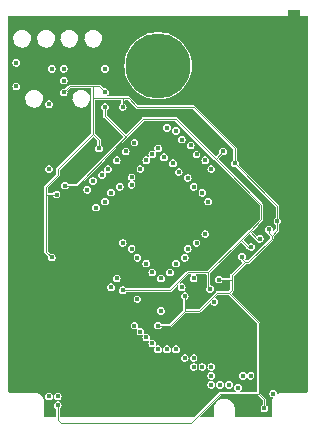
<source format=gbr>
%TF.GenerationSoftware,KiCad,Pcbnew,7.0.1*%
%TF.CreationDate,2023-06-29T04:52:54+02:00*%
%TF.ProjectId,rtl872xd-dev-board,72746c38-3732-4786-942d-6465762d626f,0.1.0*%
%TF.SameCoordinates,Original*%
%TF.FileFunction,Copper,L3,Inr*%
%TF.FilePolarity,Positive*%
%FSLAX46Y46*%
G04 Gerber Fmt 4.6, Leading zero omitted, Abs format (unit mm)*
G04 Created by KiCad (PCBNEW 7.0.1) date 2023-06-29 04:52:54*
%MOMM*%
%LPD*%
G01*
G04 APERTURE LIST*
%TA.AperFunction,ComponentPad*%
%ADD10C,5.500000*%
%TD*%
%TA.AperFunction,ComponentPad*%
%ADD11R,1.070000X1.000000*%
%TD*%
%TA.AperFunction,ViaPad*%
%ADD12C,0.400000*%
%TD*%
%TA.AperFunction,Conductor*%
%ADD13C,0.100000*%
%TD*%
G04 APERTURE END LIST*
D10*
%TO.N,N/C*%
%TO.C,J2*%
X127000000Y-113250000D03*
%TD*%
D11*
%TO.N,GND*%
%TO.C,AE1*%
X138500000Y-109000000D03*
%TD*%
D12*
%TO.N,/PB1*%
X123750000Y-123500000D03*
%TO.N,/PB30*%
X127750000Y-137250000D03*
X127250000Y-134000000D03*
%TO.N,/PB28*%
X125250000Y-133000000D03*
X126500000Y-136750000D03*
%TO.N,/PA0*%
X130000000Y-138750000D03*
X127250000Y-131250000D03*
%TO.N,/PA4*%
X131500000Y-138750000D03*
X129000000Y-132000000D03*
%TO.N,/PA2*%
X128000000Y-130750000D03*
X130750000Y-138750000D03*
%TO.N,/PA1*%
X131500000Y-140250000D03*
X130000000Y-131250000D03*
%TO.N,GND*%
X121000000Y-110000000D03*
X118000000Y-112000000D03*
X117750000Y-121250000D03*
X137000000Y-131500000D03*
X124250000Y-124250000D03*
X131000000Y-110000000D03*
X126750000Y-142000000D03*
X136000000Y-110000000D03*
X135500000Y-141750000D03*
X137000000Y-110000000D03*
X133500000Y-141500000D03*
X115000000Y-114000000D03*
X122000000Y-110000000D03*
X123750000Y-142000000D03*
X119000000Y-110000000D03*
X132750000Y-132000000D03*
X115000000Y-110000000D03*
X122000000Y-112000000D03*
X138000000Y-110000000D03*
X136750000Y-128500000D03*
X118000000Y-127750000D03*
X123000000Y-128000000D03*
X118000000Y-110000000D03*
X132000000Y-110000000D03*
X126000000Y-110000000D03*
X123250000Y-116750000D03*
X128250000Y-142000000D03*
X132500000Y-125500000D03*
X137500000Y-127750000D03*
X124000000Y-110000000D03*
X123500000Y-127500000D03*
X120000000Y-110000000D03*
X139000000Y-110000000D03*
X119250000Y-122000000D03*
X121250000Y-120250000D03*
X133000000Y-126000000D03*
X117000000Y-110000000D03*
X136000000Y-129250000D03*
X125250000Y-142000000D03*
X129000000Y-110000000D03*
X123000000Y-110000000D03*
X136250000Y-132750000D03*
X122500000Y-114500000D03*
X129750000Y-142000000D03*
X132000000Y-125000000D03*
X130000000Y-110000000D03*
X135250000Y-130000000D03*
X133000000Y-110000000D03*
X116000000Y-110000000D03*
X125000000Y-110000000D03*
X127000000Y-110000000D03*
X122000000Y-142250000D03*
X132500000Y-133000000D03*
X128000000Y-110000000D03*
X123500000Y-134250000D03*
%TO.N,/PA5*%
X131500000Y-139500000D03*
X128500000Y-130000000D03*
%TO.N,/PA6*%
X132250000Y-140250000D03*
X129250000Y-129500000D03*
%TO.N,/PA9*%
X131250000Y-124750000D03*
%TO.N,/PA10*%
X130750000Y-124000000D03*
%TO.N,/PA11*%
X131500000Y-122000000D03*
X117750000Y-141250000D03*
%TO.N,/PA12*%
X130000000Y-123500000D03*
%TO.N,/PA13*%
X118500000Y-141250000D03*
X131000000Y-121250000D03*
%TO.N,/PA14*%
X136750000Y-141000000D03*
X129500000Y-122750000D03*
%TO.N,/PA15*%
X130250000Y-120750000D03*
%TO.N,/PA16*%
X128750000Y-122250000D03*
%TO.N,/PA17*%
X129750000Y-120000000D03*
%TO.N,/PA18*%
X128250000Y-121500000D03*
%TO.N,/PA19*%
X129000000Y-119500000D03*
%TO.N,/PA20*%
X127500000Y-121000000D03*
%TO.N,/PA21*%
X128500000Y-118750000D03*
%TO.N,/PA22*%
X127000000Y-120250000D03*
%TO.N,/PA23*%
X127750000Y-118500000D03*
%TO.N,/PA24*%
X126500000Y-120750000D03*
%TO.N,/PA31*%
X125000000Y-119750000D03*
%TO.N,/PB0*%
X125500000Y-122000000D03*
%TO.N,/PA30*%
X124250000Y-120500000D03*
%TO.N,/PA28*%
X123500000Y-121250000D03*
%TO.N,/PB2*%
X122750000Y-122000000D03*
%TO.N,D+*%
X134825000Y-139500000D03*
X124750000Y-122675000D03*
%TO.N,/PB4*%
X123000000Y-123979899D03*
%TO.N,/PB5*%
X121500000Y-123000000D03*
%TO.N,/PB6*%
X122500000Y-124750000D03*
%TO.N,/PB7*%
X121000000Y-123750000D03*
%TO.N,/PB18*%
X126000000Y-136250000D03*
X124000000Y-128250000D03*
%TO.N,/PB20*%
X127000000Y-137250000D03*
X124750000Y-128750000D03*
%TO.N,/PB21*%
X123500000Y-131250000D03*
X125500000Y-135750000D03*
%TO.N,/PB22*%
X125250000Y-129500000D03*
X128500000Y-137250000D03*
%TO.N,+3.3V*%
X133500000Y-121500000D03*
X122500000Y-115500000D03*
X124000000Y-116750000D03*
X137100000Y-126400000D03*
X118500000Y-142000000D03*
X136400000Y-127100000D03*
X131750000Y-133250000D03*
X122000000Y-120250000D03*
X132150000Y-131350000D03*
X118400000Y-124150000D03*
X136000000Y-142250000D03*
X119000000Y-115500000D03*
X129250000Y-132750002D03*
X118000000Y-129480000D03*
X134100000Y-129400000D03*
X127000000Y-135250000D03*
%TO.N,/PB23*%
X125000000Y-135250000D03*
X123000000Y-132000000D03*
%TO.N,/PB29*%
X129250000Y-138000000D03*
X126000000Y-130000000D03*
%TO.N,VDD*%
X119100000Y-123400000D03*
X124000000Y-132250000D03*
X117750000Y-122000000D03*
X131400000Y-132150000D03*
X134900000Y-128600000D03*
X132500000Y-120500000D03*
X122500000Y-116750000D03*
X135600000Y-127900000D03*
%TO.N,/PB31*%
X126500000Y-130750000D03*
X130000000Y-138000000D03*
%TO.N,/VBAT_MEAS*%
X121750000Y-125250000D03*
%TO.N,D-*%
X124750000Y-123325000D03*
X134175000Y-139500000D03*
%TO.N,/~{RESET}*%
X129500000Y-128750000D03*
X117750000Y-116500000D03*
X122500000Y-113500000D03*
X118000000Y-113500000D03*
%TO.N,/SWD.SWDIO*%
X119000000Y-114500000D03*
X126000000Y-121250000D03*
%TO.N,/UART_{LOG}.TX*%
X130250000Y-128250000D03*
X115000000Y-115000000D03*
X133000000Y-140250000D03*
%TO.N,/UART_{LOG}.RX*%
X133750000Y-140500000D03*
X115000000Y-113000000D03*
X131000000Y-127500000D03*
%TO.N,/SWD.SWCLK*%
X119000000Y-113500000D03*
X122250000Y-122500000D03*
%TD*%
D13*
%TO.N,+3.3V*%
X131500000Y-133000000D02*
X130500000Y-134000000D01*
X132000000Y-132500000D02*
X131500000Y-133000000D01*
X118750000Y-143500000D02*
X129750000Y-143500000D01*
X130500000Y-134000000D02*
X129250000Y-134000000D01*
X118500000Y-122500000D02*
X118500000Y-122000000D01*
X127000000Y-135250000D02*
X128000000Y-135250000D01*
X135500000Y-135000000D02*
X133000000Y-132500000D01*
X117500000Y-124000000D02*
X117500000Y-128980000D01*
X122000000Y-116000000D02*
X124000000Y-116000000D01*
X122000000Y-116000000D02*
X121500000Y-116000000D01*
X118400000Y-124150000D02*
X117500000Y-124150000D01*
X133500000Y-121500000D02*
X137100000Y-125100000D01*
X118500000Y-122000000D02*
X121500000Y-119000000D01*
X133250000Y-132250000D02*
X133000000Y-132500000D01*
X117500000Y-124150000D02*
X117500000Y-124000000D01*
X129250000Y-134000000D02*
X129250000Y-132750002D01*
X133250000Y-131000000D02*
X133250000Y-132250000D01*
X134100000Y-129400000D02*
X134100000Y-129600000D01*
X119500000Y-115000000D02*
X119000000Y-115500000D01*
X129750000Y-143500000D02*
X132250000Y-141000000D01*
X124000000Y-116000000D02*
X124000000Y-116750000D01*
X124000000Y-116000000D02*
X124500000Y-116000000D01*
X136400000Y-127400000D02*
X136400000Y-127100000D01*
X136625000Y-127875000D02*
X134625000Y-129875000D01*
X121500000Y-116000000D02*
X121500000Y-115000000D01*
X136625000Y-127625000D02*
X137100000Y-127150000D01*
X135500000Y-141000000D02*
X136000000Y-141500000D01*
X124500000Y-116000000D02*
X125250000Y-116750000D01*
X125250000Y-116750000D02*
X130000000Y-116750000D01*
X131750000Y-133250000D02*
X131500000Y-133000000D01*
X117500000Y-124000000D02*
X117500000Y-123500000D01*
X137100000Y-127150000D02*
X137100000Y-126400000D01*
X136625000Y-127625000D02*
X136625000Y-127875000D01*
X137100000Y-125100000D02*
X137100000Y-126400000D01*
X136000000Y-141500000D02*
X136000000Y-142250000D01*
X117500000Y-128980000D02*
X118000000Y-129480000D01*
X132250000Y-141000000D02*
X135500000Y-141000000D01*
X117500000Y-123500000D02*
X118500000Y-122500000D01*
X133250000Y-131000000D02*
X133250000Y-131350000D01*
X121500000Y-115000000D02*
X119500000Y-115000000D01*
X134375000Y-129875000D02*
X133250000Y-131000000D01*
X118500000Y-143250000D02*
X118750000Y-143500000D01*
X130000000Y-116750000D02*
X133500000Y-120250000D01*
X135500000Y-141000000D02*
X135500000Y-135000000D01*
X133250000Y-131350000D02*
X132150000Y-131350000D01*
X121500000Y-115000000D02*
X122000000Y-115000000D01*
X122000000Y-119500000D02*
X122000000Y-120250000D01*
X118500000Y-142000000D02*
X118500000Y-143250000D01*
X134625000Y-129875000D02*
X134375000Y-129875000D01*
X128000000Y-135250000D02*
X129250000Y-134000000D01*
X134100000Y-129600000D02*
X134375000Y-129875000D01*
X136625000Y-127625000D02*
X136400000Y-127400000D01*
X133500000Y-120250000D02*
X133500000Y-121500000D01*
X121500000Y-119000000D02*
X121500000Y-116000000D01*
X122000000Y-115000000D02*
X122500000Y-115500000D01*
X121500000Y-119000000D02*
X122000000Y-119500000D01*
X133000000Y-132500000D02*
X132000000Y-132500000D01*
%TO.N,VDD*%
X131250000Y-132000000D02*
X131400000Y-132150000D01*
X131250000Y-130750000D02*
X131250000Y-132000000D01*
X122500000Y-116750000D02*
X122500000Y-117500000D01*
X123000000Y-120500000D02*
X120100000Y-123400000D01*
X134750000Y-127250000D02*
X135400000Y-127900000D01*
X128000000Y-132250000D02*
X124000000Y-132250000D01*
X125750000Y-117750000D02*
X126500000Y-117750000D01*
X135750000Y-125000000D02*
X135750000Y-126250000D01*
X120100000Y-123400000D02*
X119100000Y-123400000D01*
X122500000Y-117500000D02*
X124250000Y-119250000D01*
X134750000Y-127250000D02*
X134000000Y-128000000D01*
X135750000Y-126250000D02*
X134750000Y-127250000D01*
X131875000Y-121125000D02*
X131250000Y-120500000D01*
X131250000Y-130750000D02*
X129500000Y-130750000D01*
X123000000Y-120500000D02*
X125750000Y-117750000D01*
X131250000Y-120500000D02*
X128500000Y-117750000D01*
X128500000Y-117750000D02*
X126500000Y-117750000D01*
X132500000Y-121750000D02*
X131875000Y-121125000D01*
X132500000Y-120500000D02*
X131875000Y-121125000D01*
X134000000Y-128000000D02*
X134600000Y-128600000D01*
X129500000Y-130750000D02*
X128000000Y-132250000D01*
X135400000Y-127900000D02*
X135600000Y-127900000D01*
X132500000Y-121750000D02*
X135750000Y-125000000D01*
X124250000Y-119250000D02*
X123000000Y-120500000D01*
X134000000Y-128000000D02*
X131250000Y-130750000D01*
X134600000Y-128600000D02*
X134900000Y-128600000D01*
%TD*%
%TA.AperFunction,Conductor*%
%TO.N,GND*%
G36*
X139685148Y-109014352D02*
G01*
X139699500Y-109049000D01*
X139699500Y-140746142D01*
X139698897Y-140753808D01*
X139690949Y-140803985D01*
X139686211Y-140818565D01*
X139664921Y-140860349D01*
X139655910Y-140872751D01*
X139622751Y-140905910D01*
X139610349Y-140914921D01*
X139568565Y-140936211D01*
X139553985Y-140940949D01*
X139509831Y-140947942D01*
X139503806Y-140948897D01*
X139496142Y-140949500D01*
X137371155Y-140949500D01*
X137216503Y-140980262D01*
X137142938Y-141010733D01*
X137114278Y-141013451D01*
X137089038Y-140999604D01*
X137075931Y-140973973D01*
X137060588Y-140886955D01*
X137052387Y-140872751D01*
X137003194Y-140787545D01*
X136915260Y-140713759D01*
X136807394Y-140674500D01*
X136692606Y-140674500D01*
X136584740Y-140713759D01*
X136496805Y-140787546D01*
X136439412Y-140886953D01*
X136419479Y-141000000D01*
X136439412Y-141113046D01*
X136496805Y-141212454D01*
X136584739Y-141286240D01*
X136700725Y-141328455D01*
X136700067Y-141330260D01*
X136715874Y-141335626D01*
X136733375Y-141361818D01*
X136731315Y-141393251D01*
X136680262Y-141516503D01*
X136649500Y-141671155D01*
X136649500Y-142951000D01*
X136635148Y-142985648D01*
X136600500Y-143000000D01*
X133549500Y-143000000D01*
X133514852Y-142985648D01*
X133500500Y-142951000D01*
X133500500Y-142261306D01*
X133465894Y-142087334D01*
X133415662Y-141966062D01*
X133398013Y-141923453D01*
X133299464Y-141775965D01*
X133299463Y-141775963D01*
X133174036Y-141650536D01*
X133061736Y-141575500D01*
X133026547Y-141551987D01*
X133022955Y-141550499D01*
X132862665Y-141484105D01*
X132688694Y-141449500D01*
X132688691Y-141449500D01*
X132647595Y-141449500D01*
X132600000Y-141449500D01*
X132511309Y-141449500D01*
X132511306Y-141449500D01*
X132337334Y-141484105D01*
X132173454Y-141551986D01*
X132025963Y-141650536D01*
X131900536Y-141775963D01*
X131801986Y-141923454D01*
X131734105Y-142087334D01*
X131699500Y-142261306D01*
X131699500Y-142951000D01*
X131685148Y-142985648D01*
X131650500Y-143000000D01*
X130581134Y-143000000D01*
X130553911Y-142991742D01*
X130535864Y-142969751D01*
X130533076Y-142941441D01*
X130546486Y-142916352D01*
X131099793Y-142363046D01*
X132297986Y-141164852D01*
X132332635Y-141150500D01*
X135417365Y-141150500D01*
X135452013Y-141164852D01*
X135835148Y-141547987D01*
X135849500Y-141582635D01*
X135849500Y-141928526D01*
X135844909Y-141949234D01*
X135831997Y-141966062D01*
X135746805Y-142037546D01*
X135689412Y-142136953D01*
X135669479Y-142250000D01*
X135689412Y-142363046D01*
X135746805Y-142462454D01*
X135746806Y-142462455D01*
X135834739Y-142536240D01*
X135942606Y-142575500D01*
X136057394Y-142575500D01*
X136165261Y-142536240D01*
X136253194Y-142462455D01*
X136310588Y-142363045D01*
X136330521Y-142250000D01*
X136310588Y-142136955D01*
X136281939Y-142087334D01*
X136253194Y-142037545D01*
X136168003Y-141966061D01*
X136155091Y-141949233D01*
X136150500Y-141928525D01*
X136150500Y-141459674D01*
X136150500Y-141459673D01*
X136143466Y-141447491D01*
X136138573Y-141435678D01*
X136134935Y-141422096D01*
X136077905Y-141365065D01*
X136077904Y-141365064D01*
X136072282Y-141359442D01*
X136072281Y-141359442D01*
X135664852Y-140952013D01*
X135650500Y-140917365D01*
X135650500Y-134959674D01*
X135650500Y-134959673D01*
X135643466Y-134947491D01*
X135638573Y-134935678D01*
X135634935Y-134922096D01*
X135577905Y-134865065D01*
X135577904Y-134865064D01*
X135572282Y-134859442D01*
X135572281Y-134859442D01*
X133247487Y-132534648D01*
X133233135Y-132500000D01*
X133247487Y-132465352D01*
X133312339Y-132400500D01*
X133370430Y-132342409D01*
X133384935Y-132327904D01*
X133388574Y-132314319D01*
X133393471Y-132302499D01*
X133400500Y-132290328D01*
X133400500Y-131376264D01*
X133402170Y-131363582D01*
X133405809Y-131350000D01*
X133405809Y-131349999D01*
X133402170Y-131336418D01*
X133400500Y-131323736D01*
X133400500Y-131082635D01*
X133414852Y-131047987D01*
X134422987Y-130039852D01*
X134457635Y-130025500D01*
X134665327Y-130025500D01*
X134677501Y-130018469D01*
X134689319Y-130013574D01*
X134702904Y-130009935D01*
X134759935Y-129952905D01*
X134759935Y-129952904D01*
X134766824Y-129946015D01*
X134766826Y-129946011D01*
X136745430Y-127967409D01*
X136759935Y-127952904D01*
X136763574Y-127939319D01*
X136768471Y-127927499D01*
X136775500Y-127915327D01*
X136775500Y-127875007D01*
X136775501Y-127834674D01*
X136775500Y-127834672D01*
X136775500Y-127707635D01*
X136789852Y-127672987D01*
X137227322Y-127235517D01*
X137227325Y-127235513D01*
X137234935Y-127227904D01*
X137238573Y-127214323D01*
X137243470Y-127202501D01*
X137250500Y-127190327D01*
X137250500Y-126721475D01*
X137255091Y-126700767D01*
X137268003Y-126683939D01*
X137353194Y-126612455D01*
X137410588Y-126513045D01*
X137430521Y-126400000D01*
X137410588Y-126286955D01*
X137353194Y-126187545D01*
X137268002Y-126116060D01*
X137255091Y-126099233D01*
X137250500Y-126078525D01*
X137250500Y-125059674D01*
X137250500Y-125059673D01*
X137243466Y-125047491D01*
X137238573Y-125035678D01*
X137234935Y-125022096D01*
X137177905Y-124965065D01*
X137177904Y-124965064D01*
X137172282Y-124959442D01*
X137172281Y-124959442D01*
X133830916Y-121618077D01*
X133818832Y-121598163D01*
X133817309Y-121574922D01*
X133830521Y-121500000D01*
X133810588Y-121386955D01*
X133753194Y-121287545D01*
X133668002Y-121216060D01*
X133655091Y-121199233D01*
X133650500Y-121178525D01*
X133650500Y-120209674D01*
X133650500Y-120209673D01*
X133643466Y-120197491D01*
X133638573Y-120185678D01*
X133634935Y-120172096D01*
X133577905Y-120115065D01*
X133577904Y-120115064D01*
X133572282Y-120109442D01*
X133572281Y-120109442D01*
X130092408Y-116629569D01*
X130077905Y-116615065D01*
X130077902Y-116615063D01*
X130064322Y-116611425D01*
X130052505Y-116606531D01*
X130040327Y-116599500D01*
X130040324Y-116599499D01*
X129953973Y-116599499D01*
X129953965Y-116599500D01*
X125332635Y-116599500D01*
X125297987Y-116585148D01*
X124592408Y-115879569D01*
X124577905Y-115865065D01*
X124577902Y-115865063D01*
X124564322Y-115861425D01*
X124552505Y-115856531D01*
X124540327Y-115849500D01*
X124540324Y-115849499D01*
X124453973Y-115849499D01*
X124453965Y-115849500D01*
X124026264Y-115849500D01*
X124013582Y-115847830D01*
X124000001Y-115844191D01*
X123999999Y-115844191D01*
X123986418Y-115847830D01*
X123973736Y-115849500D01*
X122724497Y-115849500D01*
X122696392Y-115840639D01*
X122678452Y-115817259D01*
X122677167Y-115787818D01*
X122693000Y-115762964D01*
X122717277Y-115742593D01*
X122753194Y-115712455D01*
X122810588Y-115613045D01*
X122830521Y-115500000D01*
X122810588Y-115386955D01*
X122753194Y-115287545D01*
X122665261Y-115213760D01*
X122665260Y-115213759D01*
X122557394Y-115174500D01*
X122442606Y-115174500D01*
X122431417Y-115178572D01*
X122404055Y-115180364D01*
X122380013Y-115167174D01*
X122092408Y-114879569D01*
X122077905Y-114865065D01*
X122077902Y-114865063D01*
X122064322Y-114861425D01*
X122052505Y-114856531D01*
X122040327Y-114849500D01*
X122040324Y-114849499D01*
X121953973Y-114849499D01*
X121953965Y-114849500D01*
X121526264Y-114849500D01*
X121513582Y-114847830D01*
X121500001Y-114844191D01*
X121499999Y-114844191D01*
X121486418Y-114847830D01*
X121473736Y-114849500D01*
X119459671Y-114849500D01*
X119447494Y-114856531D01*
X119435678Y-114861425D01*
X119422098Y-114865063D01*
X119422097Y-114865064D01*
X119365065Y-114922095D01*
X119365064Y-114922096D01*
X119119986Y-115167173D01*
X119095945Y-115180363D01*
X119068581Y-115178571D01*
X119057394Y-115174500D01*
X118942606Y-115174500D01*
X118834740Y-115213759D01*
X118746805Y-115287546D01*
X118689412Y-115386953D01*
X118669479Y-115499999D01*
X118689412Y-115613046D01*
X118719155Y-115664562D01*
X118746806Y-115712455D01*
X118834739Y-115786240D01*
X118942606Y-115825500D01*
X119057394Y-115825500D01*
X119165261Y-115786240D01*
X119253194Y-115712455D01*
X119310588Y-115613045D01*
X119330521Y-115500000D01*
X119317309Y-115425075D01*
X119318833Y-115401833D01*
X119330915Y-115381922D01*
X119547986Y-115164852D01*
X119582635Y-115150500D01*
X121300500Y-115150500D01*
X121335148Y-115164852D01*
X121349500Y-115199500D01*
X121349500Y-115973736D01*
X121347830Y-115986419D01*
X121344740Y-115997950D01*
X121343178Y-116000232D01*
X121344911Y-116002688D01*
X121347830Y-116013581D01*
X121349500Y-116026264D01*
X121349500Y-118917365D01*
X121345770Y-118936116D01*
X121335148Y-118952012D01*
X119873298Y-120413863D01*
X118398944Y-121888216D01*
X118365066Y-121922093D01*
X118365064Y-121922097D01*
X118361425Y-121935678D01*
X118356531Y-121947494D01*
X118349500Y-121959671D01*
X118349499Y-121959674D01*
X118349499Y-122046026D01*
X118349500Y-122046035D01*
X118349500Y-122417365D01*
X118345770Y-122436117D01*
X118335148Y-122452013D01*
X117415204Y-123371956D01*
X117365066Y-123422093D01*
X117365064Y-123422097D01*
X117361425Y-123435678D01*
X117356531Y-123447494D01*
X117349500Y-123459671D01*
X117349499Y-123459674D01*
X117349499Y-123546026D01*
X117349500Y-123546035D01*
X117349500Y-124123736D01*
X117347830Y-124136418D01*
X117344191Y-124149999D01*
X117344191Y-124150000D01*
X117347830Y-124163582D01*
X117349500Y-124176264D01*
X117349500Y-129020327D01*
X117356531Y-129032505D01*
X117361425Y-129044322D01*
X117365063Y-129057900D01*
X117365064Y-129057902D01*
X117365065Y-129057904D01*
X117422095Y-129114935D01*
X117428986Y-129121826D01*
X117428989Y-129121828D01*
X117669081Y-129361920D01*
X117681165Y-129381833D01*
X117682689Y-129405076D01*
X117669479Y-129479999D01*
X117689412Y-129593046D01*
X117746805Y-129692454D01*
X117746806Y-129692455D01*
X117834739Y-129766240D01*
X117942606Y-129805500D01*
X118057394Y-129805500D01*
X118165261Y-129766240D01*
X118253194Y-129692455D01*
X118310588Y-129593045D01*
X118326994Y-129500000D01*
X124919479Y-129500000D01*
X124939412Y-129613046D01*
X124994443Y-129708363D01*
X124996806Y-129712455D01*
X125084739Y-129786240D01*
X125192606Y-129825500D01*
X125307394Y-129825500D01*
X125415261Y-129786240D01*
X125503194Y-129712455D01*
X125560588Y-129613045D01*
X125580521Y-129500000D01*
X128919479Y-129500000D01*
X128939412Y-129613046D01*
X128994443Y-129708363D01*
X128996806Y-129712455D01*
X129084739Y-129786240D01*
X129192606Y-129825500D01*
X129307394Y-129825500D01*
X129415261Y-129786240D01*
X129503194Y-129712455D01*
X129560588Y-129613045D01*
X129580521Y-129500000D01*
X129560588Y-129386955D01*
X129503194Y-129287545D01*
X129415261Y-129213760D01*
X129415260Y-129213759D01*
X129307394Y-129174500D01*
X129192606Y-129174500D01*
X129084740Y-129213759D01*
X128996805Y-129287546D01*
X128939412Y-129386953D01*
X128919479Y-129500000D01*
X125580521Y-129500000D01*
X125560588Y-129386955D01*
X125503194Y-129287545D01*
X125415261Y-129213760D01*
X125415260Y-129213759D01*
X125307394Y-129174500D01*
X125192606Y-129174500D01*
X125084740Y-129213759D01*
X124996805Y-129287546D01*
X124939412Y-129386953D01*
X124919479Y-129500000D01*
X118326994Y-129500000D01*
X118330521Y-129480000D01*
X118310588Y-129366955D01*
X118253194Y-129267545D01*
X118165261Y-129193760D01*
X118165260Y-129193759D01*
X118057394Y-129154500D01*
X117942606Y-129154500D01*
X117931417Y-129158572D01*
X117904055Y-129160364D01*
X117880013Y-129147174D01*
X117664852Y-128932013D01*
X117650500Y-128897365D01*
X117650500Y-128749999D01*
X124419479Y-128749999D01*
X124439412Y-128863046D01*
X124496805Y-128962454D01*
X124496806Y-128962455D01*
X124584739Y-129036240D01*
X124692606Y-129075500D01*
X124807394Y-129075500D01*
X124915261Y-129036240D01*
X125003194Y-128962455D01*
X125060588Y-128863045D01*
X125080521Y-128750000D01*
X125080521Y-128749999D01*
X129169479Y-128749999D01*
X129189412Y-128863046D01*
X129246805Y-128962454D01*
X129246806Y-128962455D01*
X129334739Y-129036240D01*
X129442606Y-129075500D01*
X129557394Y-129075500D01*
X129665261Y-129036240D01*
X129753194Y-128962455D01*
X129810588Y-128863045D01*
X129830521Y-128750000D01*
X129810588Y-128636955D01*
X129753194Y-128537545D01*
X129665261Y-128463760D01*
X129665260Y-128463759D01*
X129557394Y-128424500D01*
X129442606Y-128424500D01*
X129334740Y-128463759D01*
X129246805Y-128537546D01*
X129189412Y-128636953D01*
X129169479Y-128749999D01*
X125080521Y-128749999D01*
X125060588Y-128636955D01*
X125003194Y-128537545D01*
X124915261Y-128463760D01*
X124915260Y-128463759D01*
X124807394Y-128424500D01*
X124692606Y-128424500D01*
X124584740Y-128463759D01*
X124496805Y-128537546D01*
X124439412Y-128636953D01*
X124419479Y-128749999D01*
X117650500Y-128749999D01*
X117650500Y-128250000D01*
X123669479Y-128250000D01*
X123689412Y-128363046D01*
X123746805Y-128462454D01*
X123746806Y-128462455D01*
X123834739Y-128536240D01*
X123942606Y-128575500D01*
X124057394Y-128575500D01*
X124165261Y-128536240D01*
X124253194Y-128462455D01*
X124310588Y-128363045D01*
X124330521Y-128250000D01*
X129919479Y-128250000D01*
X129939412Y-128363046D01*
X129996805Y-128462454D01*
X129996806Y-128462455D01*
X130084739Y-128536240D01*
X130192606Y-128575500D01*
X130307394Y-128575500D01*
X130415261Y-128536240D01*
X130503194Y-128462455D01*
X130560588Y-128363045D01*
X130580521Y-128250000D01*
X130560588Y-128136955D01*
X130546442Y-128112454D01*
X130503194Y-128037545D01*
X130415260Y-127963759D01*
X130307394Y-127924500D01*
X130192606Y-127924500D01*
X130084740Y-127963759D01*
X129996805Y-128037546D01*
X129939412Y-128136953D01*
X129919479Y-128250000D01*
X124330521Y-128250000D01*
X124310588Y-128136955D01*
X124296442Y-128112454D01*
X124253194Y-128037545D01*
X124165260Y-127963759D01*
X124057394Y-127924500D01*
X123942606Y-127924500D01*
X123834740Y-127963759D01*
X123746805Y-128037546D01*
X123689412Y-128136953D01*
X123669479Y-128250000D01*
X117650500Y-128250000D01*
X117650500Y-127500000D01*
X130669479Y-127500000D01*
X130689412Y-127613046D01*
X130699980Y-127631350D01*
X130746806Y-127712455D01*
X130834739Y-127786240D01*
X130942606Y-127825500D01*
X131057394Y-127825500D01*
X131165261Y-127786240D01*
X131253194Y-127712455D01*
X131310588Y-127613045D01*
X131330521Y-127500000D01*
X131310588Y-127386955D01*
X131253194Y-127287545D01*
X131199402Y-127242408D01*
X131165260Y-127213759D01*
X131057394Y-127174500D01*
X130942606Y-127174500D01*
X130834740Y-127213759D01*
X130746805Y-127287546D01*
X130689412Y-127386953D01*
X130669479Y-127500000D01*
X117650500Y-127500000D01*
X117650500Y-125250000D01*
X121419479Y-125250000D01*
X121439412Y-125363046D01*
X121496805Y-125462454D01*
X121496806Y-125462455D01*
X121584739Y-125536240D01*
X121692606Y-125575500D01*
X121807394Y-125575500D01*
X121915261Y-125536240D01*
X122003194Y-125462455D01*
X122060588Y-125363045D01*
X122080521Y-125250000D01*
X122060588Y-125136955D01*
X122003194Y-125037545D01*
X121915261Y-124963760D01*
X121915260Y-124963759D01*
X121807394Y-124924500D01*
X121692606Y-124924500D01*
X121584740Y-124963759D01*
X121496805Y-125037546D01*
X121439412Y-125136953D01*
X121419479Y-125250000D01*
X117650500Y-125250000D01*
X117650500Y-124749999D01*
X122169479Y-124749999D01*
X122189412Y-124863046D01*
X122245200Y-124959674D01*
X122246806Y-124962455D01*
X122334739Y-125036240D01*
X122442606Y-125075500D01*
X122557394Y-125075500D01*
X122665261Y-125036240D01*
X122753194Y-124962455D01*
X122810588Y-124863045D01*
X122830521Y-124750000D01*
X122830521Y-124749999D01*
X130919479Y-124749999D01*
X130939412Y-124863046D01*
X130995200Y-124959674D01*
X130996806Y-124962455D01*
X131084739Y-125036240D01*
X131192606Y-125075500D01*
X131307394Y-125075500D01*
X131415261Y-125036240D01*
X131503194Y-124962455D01*
X131560588Y-124863045D01*
X131580521Y-124750000D01*
X131560588Y-124636955D01*
X131503194Y-124537545D01*
X131415261Y-124463760D01*
X131415260Y-124463759D01*
X131307394Y-124424500D01*
X131192606Y-124424500D01*
X131084740Y-124463759D01*
X130996805Y-124537546D01*
X130939412Y-124636953D01*
X130919479Y-124749999D01*
X122830521Y-124749999D01*
X122810588Y-124636955D01*
X122753194Y-124537545D01*
X122665261Y-124463760D01*
X122665260Y-124463759D01*
X122557394Y-124424500D01*
X122442606Y-124424500D01*
X122334740Y-124463759D01*
X122246805Y-124537546D01*
X122189412Y-124636953D01*
X122169479Y-124749999D01*
X117650500Y-124749999D01*
X117650500Y-124349500D01*
X117664852Y-124314852D01*
X117699500Y-124300500D01*
X118082747Y-124300500D01*
X118107247Y-124307065D01*
X118125181Y-124324999D01*
X118132346Y-124337409D01*
X118139326Y-124349500D01*
X118146806Y-124362455D01*
X118234739Y-124436240D01*
X118342606Y-124475500D01*
X118457394Y-124475500D01*
X118565261Y-124436240D01*
X118653194Y-124362455D01*
X118710588Y-124263045D01*
X118730521Y-124150000D01*
X118710588Y-124036955D01*
X118688963Y-123999500D01*
X118653194Y-123937545D01*
X118565260Y-123863759D01*
X118457394Y-123824500D01*
X118342606Y-123824500D01*
X118234740Y-123863759D01*
X118146805Y-123937546D01*
X118125182Y-123975000D01*
X118107247Y-123992935D01*
X118082747Y-123999500D01*
X117699500Y-123999500D01*
X117664852Y-123985148D01*
X117650500Y-123950500D01*
X117650500Y-123750000D01*
X120669479Y-123750000D01*
X120689412Y-123863046D01*
X120746805Y-123962454D01*
X120746806Y-123962455D01*
X120834739Y-124036240D01*
X120942606Y-124075500D01*
X121057394Y-124075500D01*
X121165261Y-124036240D01*
X121232406Y-123979898D01*
X122669479Y-123979898D01*
X122689412Y-124092945D01*
X122737516Y-124176264D01*
X122746806Y-124192354D01*
X122834739Y-124266139D01*
X122942606Y-124305399D01*
X123057394Y-124305399D01*
X123165261Y-124266139D01*
X123253194Y-124192354D01*
X123310588Y-124092944D01*
X123326977Y-123999999D01*
X130419479Y-123999999D01*
X130439412Y-124113046D01*
X130496805Y-124212454D01*
X130496806Y-124212455D01*
X130584739Y-124286240D01*
X130692606Y-124325500D01*
X130807394Y-124325500D01*
X130915261Y-124286240D01*
X131003194Y-124212455D01*
X131060588Y-124113045D01*
X131080521Y-124000000D01*
X131060588Y-123886955D01*
X131047196Y-123863760D01*
X131003194Y-123787545D01*
X130915260Y-123713759D01*
X130807394Y-123674500D01*
X130692606Y-123674500D01*
X130584740Y-123713759D01*
X130496805Y-123787546D01*
X130439412Y-123886953D01*
X130419479Y-123999999D01*
X123326977Y-123999999D01*
X123330521Y-123979899D01*
X123310588Y-123866854D01*
X123308389Y-123863046D01*
X123253194Y-123767444D01*
X123165260Y-123693658D01*
X123057394Y-123654399D01*
X122942606Y-123654399D01*
X122834740Y-123693658D01*
X122746805Y-123767445D01*
X122689412Y-123866852D01*
X122669479Y-123979898D01*
X121232406Y-123979898D01*
X121253194Y-123962455D01*
X121310588Y-123863045D01*
X121330521Y-123750000D01*
X121310588Y-123636955D01*
X121296442Y-123612454D01*
X121253194Y-123537545D01*
X121208450Y-123500000D01*
X123419479Y-123500000D01*
X123439412Y-123613046D01*
X123485954Y-123693659D01*
X123496806Y-123712455D01*
X123584739Y-123786240D01*
X123692606Y-123825500D01*
X123807394Y-123825500D01*
X123915261Y-123786240D01*
X124003194Y-123712455D01*
X124060588Y-123613045D01*
X124080521Y-123500000D01*
X124060588Y-123386955D01*
X124051928Y-123371956D01*
X124024818Y-123325000D01*
X124419479Y-123325000D01*
X124439412Y-123438046D01*
X124495351Y-123534935D01*
X124496806Y-123537455D01*
X124584739Y-123611240D01*
X124692606Y-123650500D01*
X124807394Y-123650500D01*
X124915261Y-123611240D01*
X125003194Y-123537455D01*
X125024819Y-123500000D01*
X129669479Y-123500000D01*
X129689412Y-123613046D01*
X129735954Y-123693659D01*
X129746806Y-123712455D01*
X129834739Y-123786240D01*
X129942606Y-123825500D01*
X130057394Y-123825500D01*
X130165261Y-123786240D01*
X130253194Y-123712455D01*
X130310588Y-123613045D01*
X130330521Y-123500000D01*
X130310588Y-123386955D01*
X130301928Y-123371956D01*
X130253194Y-123287545D01*
X130165260Y-123213759D01*
X130057394Y-123174500D01*
X129942606Y-123174500D01*
X129834740Y-123213759D01*
X129746805Y-123287546D01*
X129689412Y-123386953D01*
X129669479Y-123500000D01*
X125024819Y-123500000D01*
X125060588Y-123438045D01*
X125080521Y-123325000D01*
X125060588Y-123211955D01*
X125003194Y-123112545D01*
X124915261Y-123038760D01*
X124915260Y-123038759D01*
X124913802Y-123037536D01*
X124898357Y-123014053D01*
X124898357Y-122985947D01*
X124913802Y-122962464D01*
X124915261Y-122961240D01*
X125003194Y-122887455D01*
X125060588Y-122788045D01*
X125067297Y-122749999D01*
X129169479Y-122749999D01*
X129189412Y-122863046D01*
X129246805Y-122962454D01*
X129246806Y-122962455D01*
X129334739Y-123036240D01*
X129442606Y-123075500D01*
X129557394Y-123075500D01*
X129665261Y-123036240D01*
X129753194Y-122962455D01*
X129810588Y-122863045D01*
X129830521Y-122750000D01*
X129810588Y-122636955D01*
X129780890Y-122585517D01*
X129753194Y-122537545D01*
X129665260Y-122463759D01*
X129557394Y-122424500D01*
X129442606Y-122424500D01*
X129334740Y-122463759D01*
X129246805Y-122537546D01*
X129189412Y-122636953D01*
X129169479Y-122749999D01*
X125067297Y-122749999D01*
X125080521Y-122675000D01*
X125060588Y-122561955D01*
X125003194Y-122462545D01*
X124915261Y-122388760D01*
X124915260Y-122388759D01*
X124807394Y-122349500D01*
X124692606Y-122349500D01*
X124584740Y-122388759D01*
X124509358Y-122452013D01*
X124496915Y-122462454D01*
X124496805Y-122462546D01*
X124439412Y-122561953D01*
X124419479Y-122675000D01*
X124439412Y-122788046D01*
X124482713Y-122863045D01*
X124496806Y-122887455D01*
X124584739Y-122961240D01*
X124586198Y-122962464D01*
X124601643Y-122985947D01*
X124601643Y-123014053D01*
X124586198Y-123037536D01*
X124496805Y-123112546D01*
X124439412Y-123211953D01*
X124419479Y-123325000D01*
X124024818Y-123325000D01*
X124003194Y-123287545D01*
X123915260Y-123213759D01*
X123807394Y-123174500D01*
X123692606Y-123174500D01*
X123584740Y-123213759D01*
X123496805Y-123287546D01*
X123439412Y-123386953D01*
X123419479Y-123500000D01*
X121208450Y-123500000D01*
X121165260Y-123463759D01*
X121057394Y-123424500D01*
X120942606Y-123424500D01*
X120834740Y-123463759D01*
X120776004Y-123513045D01*
X120746915Y-123537454D01*
X120746805Y-123537546D01*
X120689412Y-123636953D01*
X120669479Y-123750000D01*
X117650500Y-123750000D01*
X117650500Y-123582635D01*
X117664852Y-123547987D01*
X117812839Y-123400000D01*
X118769479Y-123400000D01*
X118789412Y-123513046D01*
X118846805Y-123612454D01*
X118846806Y-123612455D01*
X118934739Y-123686240D01*
X119042606Y-123725500D01*
X119157394Y-123725500D01*
X119265261Y-123686240D01*
X119353194Y-123612455D01*
X119374818Y-123574999D01*
X119392753Y-123557065D01*
X119417253Y-123550500D01*
X120140327Y-123550500D01*
X120152501Y-123543469D01*
X120164319Y-123538574D01*
X120177904Y-123534935D01*
X120234935Y-123477905D01*
X120234935Y-123477904D01*
X120241824Y-123471015D01*
X120241826Y-123471011D01*
X120712837Y-123000000D01*
X121169479Y-123000000D01*
X121189412Y-123113046D01*
X121246516Y-123211953D01*
X121246806Y-123212455D01*
X121334739Y-123286240D01*
X121442606Y-123325500D01*
X121557394Y-123325500D01*
X121665261Y-123286240D01*
X121753194Y-123212455D01*
X121810588Y-123113045D01*
X121830521Y-123000000D01*
X121810588Y-122886955D01*
X121753194Y-122787545D01*
X121665261Y-122713760D01*
X121665260Y-122713759D01*
X121557394Y-122674500D01*
X121442606Y-122674500D01*
X121334740Y-122713759D01*
X121246805Y-122787546D01*
X121189412Y-122886953D01*
X121169479Y-123000000D01*
X120712837Y-123000000D01*
X121212838Y-122499999D01*
X121919479Y-122499999D01*
X121939412Y-122613046D01*
X121975181Y-122675000D01*
X121996806Y-122712455D01*
X122084739Y-122786240D01*
X122192606Y-122825500D01*
X122307394Y-122825500D01*
X122415261Y-122786240D01*
X122503194Y-122712455D01*
X122560588Y-122613045D01*
X122580521Y-122500000D01*
X122560588Y-122386955D01*
X122547855Y-122364902D01*
X122541478Y-122336136D01*
X122552755Y-122308910D01*
X122577609Y-122293076D01*
X122607051Y-122294361D01*
X122692606Y-122325500D01*
X122807394Y-122325500D01*
X122915261Y-122286240D01*
X123003194Y-122212455D01*
X123060588Y-122113045D01*
X123080521Y-122000000D01*
X125169479Y-122000000D01*
X125189412Y-122113046D01*
X125234470Y-122191089D01*
X125246806Y-122212455D01*
X125334739Y-122286240D01*
X125442606Y-122325500D01*
X125557394Y-122325500D01*
X125665261Y-122286240D01*
X125708450Y-122250000D01*
X128419479Y-122250000D01*
X128439412Y-122363046D01*
X128496805Y-122462454D01*
X128496806Y-122462455D01*
X128584739Y-122536240D01*
X128692606Y-122575500D01*
X128807394Y-122575500D01*
X128915261Y-122536240D01*
X129003194Y-122462455D01*
X129060588Y-122363045D01*
X129080521Y-122250000D01*
X129060588Y-122136955D01*
X129003194Y-122037545D01*
X128958450Y-122000000D01*
X131169479Y-122000000D01*
X131189412Y-122113046D01*
X131234470Y-122191089D01*
X131246806Y-122212455D01*
X131334739Y-122286240D01*
X131442606Y-122325500D01*
X131557394Y-122325500D01*
X131665261Y-122286240D01*
X131753194Y-122212455D01*
X131810588Y-122113045D01*
X131830521Y-122000000D01*
X131810588Y-121886955D01*
X131771720Y-121819634D01*
X131753194Y-121787545D01*
X131665260Y-121713759D01*
X131557394Y-121674500D01*
X131442606Y-121674500D01*
X131334740Y-121713759D01*
X131246805Y-121787546D01*
X131189412Y-121886953D01*
X131169479Y-122000000D01*
X128958450Y-122000000D01*
X128915261Y-121963760D01*
X128915260Y-121963759D01*
X128807394Y-121924500D01*
X128692606Y-121924500D01*
X128584740Y-121963759D01*
X128496805Y-122037546D01*
X128439412Y-122136953D01*
X128419479Y-122250000D01*
X125708450Y-122250000D01*
X125753194Y-122212455D01*
X125810588Y-122113045D01*
X125830521Y-122000000D01*
X125810588Y-121886955D01*
X125771720Y-121819634D01*
X125753194Y-121787545D01*
X125665260Y-121713759D01*
X125557394Y-121674500D01*
X125442606Y-121674500D01*
X125334740Y-121713759D01*
X125246805Y-121787546D01*
X125189412Y-121886953D01*
X125169479Y-122000000D01*
X123080521Y-122000000D01*
X123060588Y-121886955D01*
X123021720Y-121819634D01*
X123003194Y-121787545D01*
X122915260Y-121713759D01*
X122807394Y-121674500D01*
X122692606Y-121674500D01*
X122584740Y-121713759D01*
X122496805Y-121787546D01*
X122439412Y-121886953D01*
X122425869Y-121963759D01*
X122419479Y-122000000D01*
X122439412Y-122113045D01*
X122452142Y-122135094D01*
X122458521Y-122163863D01*
X122447243Y-122191089D01*
X122422390Y-122206923D01*
X122392949Y-122205638D01*
X122307395Y-122174500D01*
X122307394Y-122174500D01*
X122192606Y-122174500D01*
X122084740Y-122213759D01*
X121996805Y-122287546D01*
X121939412Y-122386953D01*
X121919479Y-122499999D01*
X121212838Y-122499999D01*
X122462839Y-121249999D01*
X123169479Y-121249999D01*
X123189412Y-121363046D01*
X123203215Y-121386953D01*
X123246806Y-121462455D01*
X123334739Y-121536240D01*
X123442606Y-121575500D01*
X123557394Y-121575500D01*
X123665261Y-121536240D01*
X123753194Y-121462455D01*
X123810588Y-121363045D01*
X123830521Y-121250000D01*
X123830521Y-121249999D01*
X125669479Y-121249999D01*
X125689412Y-121363046D01*
X125703215Y-121386953D01*
X125746806Y-121462455D01*
X125834739Y-121536240D01*
X125942606Y-121575500D01*
X126057394Y-121575500D01*
X126165261Y-121536240D01*
X126208451Y-121499999D01*
X127919479Y-121499999D01*
X127939412Y-121613046D01*
X127996805Y-121712454D01*
X127996806Y-121712455D01*
X128084739Y-121786240D01*
X128192606Y-121825500D01*
X128307394Y-121825500D01*
X128415261Y-121786240D01*
X128503194Y-121712455D01*
X128560588Y-121613045D01*
X128580521Y-121500000D01*
X128560588Y-121386955D01*
X128503194Y-121287545D01*
X128458449Y-121249999D01*
X130669479Y-121249999D01*
X130689412Y-121363046D01*
X130703215Y-121386953D01*
X130746806Y-121462455D01*
X130834739Y-121536240D01*
X130942606Y-121575500D01*
X131057394Y-121575500D01*
X131165261Y-121536240D01*
X131253194Y-121462455D01*
X131310588Y-121363045D01*
X131330521Y-121250000D01*
X131310588Y-121136955D01*
X131253194Y-121037545D01*
X131165261Y-120963760D01*
X131165260Y-120963759D01*
X131057394Y-120924500D01*
X130942606Y-120924500D01*
X130834740Y-120963759D01*
X130746805Y-121037546D01*
X130689412Y-121136953D01*
X130669479Y-121249999D01*
X128458449Y-121249999D01*
X128419607Y-121217407D01*
X128415260Y-121213759D01*
X128307394Y-121174500D01*
X128192606Y-121174500D01*
X128084740Y-121213759D01*
X127996805Y-121287546D01*
X127939412Y-121386953D01*
X127919479Y-121499999D01*
X126208451Y-121499999D01*
X126253194Y-121462455D01*
X126310588Y-121363045D01*
X126330521Y-121250000D01*
X126310588Y-121136955D01*
X126297855Y-121114902D01*
X126291478Y-121086136D01*
X126302755Y-121058910D01*
X126327609Y-121043076D01*
X126357051Y-121044361D01*
X126442606Y-121075500D01*
X126557394Y-121075500D01*
X126665261Y-121036240D01*
X126708451Y-120999999D01*
X127169479Y-120999999D01*
X127189412Y-121113046D01*
X127244457Y-121208387D01*
X127246806Y-121212455D01*
X127334739Y-121286240D01*
X127442606Y-121325500D01*
X127557394Y-121325500D01*
X127665261Y-121286240D01*
X127753194Y-121212455D01*
X127810588Y-121113045D01*
X127830521Y-121000000D01*
X127810588Y-120886955D01*
X127771720Y-120819634D01*
X127753194Y-120787545D01*
X127708449Y-120749999D01*
X129919479Y-120749999D01*
X129939412Y-120863046D01*
X129984470Y-120941089D01*
X129996806Y-120962455D01*
X130084739Y-121036240D01*
X130192606Y-121075500D01*
X130307394Y-121075500D01*
X130415261Y-121036240D01*
X130503194Y-120962455D01*
X130560588Y-120863045D01*
X130580521Y-120750000D01*
X130560588Y-120636955D01*
X130549689Y-120618078D01*
X130503194Y-120537545D01*
X130415260Y-120463759D01*
X130307394Y-120424500D01*
X130192606Y-120424500D01*
X130084740Y-120463759D01*
X129996805Y-120537546D01*
X129939412Y-120636953D01*
X129919479Y-120749999D01*
X127708449Y-120749999D01*
X127665260Y-120713759D01*
X127557394Y-120674500D01*
X127442606Y-120674500D01*
X127334740Y-120713759D01*
X127246805Y-120787546D01*
X127189412Y-120886953D01*
X127169479Y-120999999D01*
X126708451Y-120999999D01*
X126753194Y-120962455D01*
X126810588Y-120863045D01*
X126830521Y-120750000D01*
X126810588Y-120636955D01*
X126797855Y-120614902D01*
X126791478Y-120586136D01*
X126802755Y-120558910D01*
X126827609Y-120543076D01*
X126857051Y-120544361D01*
X126942606Y-120575500D01*
X127057394Y-120575500D01*
X127165261Y-120536240D01*
X127253194Y-120462455D01*
X127310588Y-120363045D01*
X127330521Y-120250000D01*
X127310588Y-120136955D01*
X127294703Y-120109442D01*
X127253194Y-120037545D01*
X127208449Y-119999999D01*
X129419479Y-119999999D01*
X129439412Y-120113046D01*
X129495200Y-120209674D01*
X129496806Y-120212455D01*
X129584739Y-120286240D01*
X129692606Y-120325500D01*
X129807394Y-120325500D01*
X129915261Y-120286240D01*
X130003194Y-120212455D01*
X130060588Y-120113045D01*
X130080521Y-120000000D01*
X130060588Y-119886955D01*
X130003194Y-119787545D01*
X129915261Y-119713760D01*
X129915260Y-119713759D01*
X129807394Y-119674500D01*
X129692606Y-119674500D01*
X129584740Y-119713759D01*
X129496805Y-119787546D01*
X129439412Y-119886953D01*
X129419479Y-119999999D01*
X127208449Y-119999999D01*
X127165260Y-119963759D01*
X127057394Y-119924500D01*
X126942606Y-119924500D01*
X126834740Y-119963759D01*
X126746805Y-120037546D01*
X126689412Y-120136953D01*
X126676099Y-120212454D01*
X126669479Y-120250000D01*
X126689412Y-120363045D01*
X126702142Y-120385094D01*
X126708521Y-120413863D01*
X126697243Y-120441089D01*
X126672390Y-120456923D01*
X126642949Y-120455638D01*
X126557395Y-120424500D01*
X126557394Y-120424500D01*
X126442606Y-120424500D01*
X126334740Y-120463759D01*
X126246805Y-120537546D01*
X126189412Y-120636953D01*
X126176099Y-120712454D01*
X126169479Y-120750000D01*
X126189412Y-120863045D01*
X126202142Y-120885094D01*
X126208521Y-120913863D01*
X126197243Y-120941089D01*
X126172390Y-120956923D01*
X126142949Y-120955638D01*
X126057395Y-120924500D01*
X126057394Y-120924500D01*
X125942606Y-120924500D01*
X125834740Y-120963759D01*
X125746805Y-121037546D01*
X125689412Y-121136953D01*
X125669479Y-121249999D01*
X123830521Y-121249999D01*
X123810588Y-121136955D01*
X123753194Y-121037545D01*
X123665261Y-120963760D01*
X123665260Y-120963759D01*
X123557394Y-120924500D01*
X123442606Y-120924500D01*
X123334740Y-120963759D01*
X123246805Y-121037546D01*
X123189412Y-121136953D01*
X123169479Y-121249999D01*
X122462839Y-121249999D01*
X123120430Y-120592409D01*
X123120430Y-120592408D01*
X123212838Y-120500000D01*
X123919479Y-120500000D01*
X123939412Y-120613046D01*
X123996805Y-120712454D01*
X123996806Y-120712455D01*
X124084739Y-120786240D01*
X124192606Y-120825500D01*
X124307394Y-120825500D01*
X124415261Y-120786240D01*
X124503194Y-120712455D01*
X124560588Y-120613045D01*
X124580521Y-120500000D01*
X124560588Y-120386955D01*
X124503194Y-120287545D01*
X124415261Y-120213760D01*
X124415260Y-120213759D01*
X124307394Y-120174500D01*
X124192606Y-120174500D01*
X124084740Y-120213759D01*
X123996805Y-120287546D01*
X123939412Y-120386953D01*
X123919479Y-120500000D01*
X123212838Y-120500000D01*
X123962838Y-119749999D01*
X124669479Y-119749999D01*
X124689412Y-119863046D01*
X124744457Y-119958387D01*
X124746806Y-119962455D01*
X124834739Y-120036240D01*
X124942606Y-120075500D01*
X125057394Y-120075500D01*
X125165261Y-120036240D01*
X125253194Y-119962455D01*
X125310588Y-119863045D01*
X125330521Y-119750000D01*
X125310588Y-119636955D01*
X125253194Y-119537545D01*
X125208449Y-119499999D01*
X128669479Y-119499999D01*
X128689412Y-119613046D01*
X128746805Y-119712454D01*
X128746806Y-119712455D01*
X128834739Y-119786240D01*
X128942606Y-119825500D01*
X129057394Y-119825500D01*
X129165261Y-119786240D01*
X129253194Y-119712455D01*
X129310588Y-119613045D01*
X129330521Y-119500000D01*
X129310588Y-119386955D01*
X129294703Y-119359442D01*
X129253194Y-119287545D01*
X129165260Y-119213759D01*
X129057394Y-119174500D01*
X128942606Y-119174500D01*
X128834740Y-119213759D01*
X128746805Y-119287546D01*
X128689412Y-119386953D01*
X128669479Y-119499999D01*
X125208449Y-119499999D01*
X125165261Y-119463760D01*
X125165260Y-119463759D01*
X125057394Y-119424500D01*
X124942606Y-119424500D01*
X124834740Y-119463759D01*
X124746805Y-119537546D01*
X124689412Y-119636953D01*
X124669479Y-119749999D01*
X123962838Y-119749999D01*
X124337847Y-119374990D01*
X124347993Y-119367206D01*
X124360174Y-119360174D01*
X124367206Y-119347992D01*
X124374990Y-119337847D01*
X125212839Y-118499999D01*
X127419479Y-118499999D01*
X127439412Y-118613046D01*
X127453215Y-118636953D01*
X127496806Y-118712455D01*
X127584739Y-118786240D01*
X127692606Y-118825500D01*
X127807394Y-118825500D01*
X127915261Y-118786240D01*
X127958451Y-118749999D01*
X128169479Y-118749999D01*
X128189412Y-118863046D01*
X128220773Y-118917365D01*
X128246806Y-118962455D01*
X128334739Y-119036240D01*
X128442606Y-119075500D01*
X128557394Y-119075500D01*
X128665261Y-119036240D01*
X128753194Y-118962455D01*
X128810588Y-118863045D01*
X128830521Y-118750000D01*
X128810588Y-118636955D01*
X128753194Y-118537545D01*
X128665261Y-118463760D01*
X128665260Y-118463759D01*
X128557394Y-118424500D01*
X128442606Y-118424500D01*
X128334740Y-118463759D01*
X128246805Y-118537546D01*
X128189412Y-118636953D01*
X128169479Y-118749999D01*
X127958451Y-118749999D01*
X128003194Y-118712455D01*
X128060588Y-118613045D01*
X128080521Y-118500000D01*
X128060588Y-118386955D01*
X128003194Y-118287545D01*
X127915261Y-118213760D01*
X127915260Y-118213759D01*
X127807394Y-118174500D01*
X127692606Y-118174500D01*
X127584740Y-118213759D01*
X127496805Y-118287546D01*
X127439412Y-118386953D01*
X127419479Y-118499999D01*
X125212839Y-118499999D01*
X125797986Y-117914852D01*
X125832635Y-117900500D01*
X126480186Y-117900500D01*
X126519814Y-117900500D01*
X128417365Y-117900500D01*
X128452013Y-117914852D01*
X131750006Y-121212845D01*
X131757791Y-121222989D01*
X131764826Y-121235174D01*
X131777008Y-121242207D01*
X131787153Y-121249992D01*
X135585148Y-125047987D01*
X135599500Y-125082635D01*
X135599500Y-126167365D01*
X135595770Y-126186117D01*
X135585148Y-126202013D01*
X134662152Y-127125007D01*
X134652006Y-127132793D01*
X134639826Y-127139826D01*
X134632793Y-127152006D01*
X134625007Y-127162152D01*
X133912152Y-127875007D01*
X133902006Y-127882793D01*
X133889826Y-127889826D01*
X133882793Y-127902006D01*
X133875007Y-127912152D01*
X131202013Y-130585148D01*
X131186116Y-130595770D01*
X131167365Y-130599500D01*
X129459671Y-130599500D01*
X129447494Y-130606531D01*
X129435678Y-130611425D01*
X129422098Y-130615063D01*
X129422097Y-130615064D01*
X129365065Y-130672095D01*
X129365064Y-130672096D01*
X127952013Y-132085148D01*
X127936116Y-132095770D01*
X127917365Y-132099500D01*
X124317253Y-132099500D01*
X124292753Y-132092935D01*
X124274818Y-132075000D01*
X124253194Y-132037545D01*
X124165260Y-131963759D01*
X124057394Y-131924500D01*
X123942606Y-131924500D01*
X123834740Y-131963759D01*
X123783979Y-132006353D01*
X123747511Y-132036954D01*
X123746805Y-132037546D01*
X123689412Y-132136953D01*
X123676099Y-132212454D01*
X123669479Y-132250000D01*
X123675869Y-132286240D01*
X123689412Y-132363046D01*
X123746805Y-132462454D01*
X123746806Y-132462455D01*
X123834739Y-132536240D01*
X123942606Y-132575500D01*
X124057394Y-132575500D01*
X124165261Y-132536240D01*
X124253194Y-132462455D01*
X124274818Y-132424999D01*
X124292753Y-132407065D01*
X124317253Y-132400500D01*
X128040327Y-132400500D01*
X128052501Y-132393469D01*
X128064319Y-132388574D01*
X128077904Y-132384935D01*
X128134935Y-132327905D01*
X128134935Y-132327904D01*
X128141824Y-132321015D01*
X128141826Y-132321011D01*
X128603826Y-131859011D01*
X128631020Y-131845230D01*
X128661100Y-131850197D01*
X128682421Y-131871988D01*
X128686729Y-131902166D01*
X128682792Y-131924500D01*
X128669479Y-131999999D01*
X128689412Y-132113046D01*
X128720773Y-132167365D01*
X128746806Y-132212455D01*
X128834739Y-132286240D01*
X128942606Y-132325500D01*
X129057394Y-132325500D01*
X129165261Y-132286240D01*
X129253194Y-132212455D01*
X129310588Y-132113045D01*
X129330521Y-132000000D01*
X129310588Y-131886955D01*
X129297196Y-131863760D01*
X129253194Y-131787545D01*
X129165260Y-131713759D01*
X129057394Y-131674500D01*
X128942606Y-131674500D01*
X128942605Y-131674500D01*
X128907752Y-131687185D01*
X128875243Y-131687539D01*
X128849668Y-131667467D01*
X128842285Y-131635805D01*
X128856345Y-131606492D01*
X129547986Y-130914852D01*
X129582635Y-130900500D01*
X129775504Y-130900500D01*
X129803609Y-130909362D01*
X129821549Y-130932741D01*
X129822834Y-130962182D01*
X129807001Y-130987036D01*
X129746805Y-131037546D01*
X129689412Y-131136953D01*
X129669479Y-131250000D01*
X129689412Y-131363046D01*
X129746805Y-131462454D01*
X129746806Y-131462455D01*
X129834739Y-131536240D01*
X129942606Y-131575500D01*
X130057394Y-131575500D01*
X130165261Y-131536240D01*
X130253194Y-131462455D01*
X130310588Y-131363045D01*
X130330521Y-131250000D01*
X130310588Y-131136955D01*
X130253194Y-131037545D01*
X130192999Y-130987035D01*
X130177167Y-130962182D01*
X130178452Y-130932741D01*
X130196392Y-130909361D01*
X130224497Y-130900500D01*
X131050500Y-130900500D01*
X131085148Y-130914852D01*
X131099500Y-130949500D01*
X131099500Y-132006353D01*
X131092936Y-132030852D01*
X131089412Y-132036954D01*
X131069479Y-132150000D01*
X131089412Y-132263046D01*
X131146211Y-132361425D01*
X131146806Y-132362455D01*
X131234739Y-132436240D01*
X131342606Y-132475500D01*
X131457394Y-132475500D01*
X131565261Y-132436240D01*
X131653194Y-132362455D01*
X131710588Y-132263045D01*
X131730521Y-132150000D01*
X131710588Y-132036955D01*
X131707064Y-132030852D01*
X131653194Y-131937545D01*
X131565260Y-131863759D01*
X131457394Y-131824500D01*
X131449500Y-131824500D01*
X131414852Y-131810148D01*
X131400500Y-131775500D01*
X131400500Y-130832635D01*
X131414852Y-130797987D01*
X132619794Y-129593045D01*
X133965354Y-128247484D01*
X133987318Y-128234804D01*
X134012682Y-128234804D01*
X134034645Y-128247484D01*
X134249616Y-128462454D01*
X134458172Y-128671010D01*
X134458173Y-128671012D01*
X134465065Y-128677904D01*
X134522096Y-128734935D01*
X134535678Y-128738573D01*
X134547491Y-128743466D01*
X134559673Y-128750500D01*
X134582746Y-128750500D01*
X134607246Y-128757065D01*
X134625181Y-128775000D01*
X134646806Y-128812455D01*
X134734739Y-128886240D01*
X134842606Y-128925500D01*
X134957394Y-128925500D01*
X135065261Y-128886240D01*
X135153194Y-128812455D01*
X135210588Y-128713045D01*
X135230521Y-128600000D01*
X135210588Y-128486955D01*
X135197196Y-128463760D01*
X135153194Y-128387545D01*
X135065260Y-128313759D01*
X134957394Y-128274500D01*
X134842606Y-128274500D01*
X134734740Y-128313759D01*
X134655958Y-128379864D01*
X134622324Y-128391280D01*
X134589814Y-128376975D01*
X134247487Y-128034648D01*
X134233135Y-128000000D01*
X134247487Y-127965352D01*
X134715352Y-127497487D01*
X134750000Y-127483135D01*
X134784648Y-127497487D01*
X135276176Y-127989015D01*
X135284860Y-128005696D01*
X135285092Y-128005563D01*
X135325559Y-128075655D01*
X135346806Y-128112455D01*
X135434739Y-128186240D01*
X135542606Y-128225500D01*
X135657394Y-128225500D01*
X135765261Y-128186240D01*
X135853194Y-128112455D01*
X135910588Y-128013045D01*
X135930521Y-127900000D01*
X135910588Y-127786955D01*
X135853194Y-127687545D01*
X135765261Y-127613760D01*
X135765260Y-127613759D01*
X135657394Y-127574500D01*
X135542606Y-127574500D01*
X135434739Y-127613759D01*
X135410333Y-127634239D01*
X135376699Y-127645655D01*
X135344189Y-127631350D01*
X134997487Y-127284648D01*
X134983135Y-127250000D01*
X134997487Y-127215352D01*
X135438339Y-126774500D01*
X135870430Y-126342409D01*
X135884935Y-126327904D01*
X135888574Y-126314319D01*
X135893471Y-126302499D01*
X135900500Y-126290327D01*
X135900500Y-126286953D01*
X135900501Y-126209673D01*
X135900500Y-126209671D01*
X135900500Y-124980186D01*
X135900500Y-124959673D01*
X135893466Y-124947491D01*
X135888573Y-124935678D01*
X135884935Y-124922096D01*
X135827905Y-124865065D01*
X135827904Y-124865064D01*
X135822282Y-124859442D01*
X135822281Y-124859442D01*
X132122486Y-121159647D01*
X132108134Y-121124999D01*
X132122484Y-121090354D01*
X132380014Y-120832823D01*
X132404055Y-120819634D01*
X132431418Y-120821427D01*
X132442606Y-120825500D01*
X132557394Y-120825500D01*
X132665261Y-120786240D01*
X132753194Y-120712455D01*
X132810588Y-120613045D01*
X132830521Y-120500000D01*
X132810588Y-120386955D01*
X132753194Y-120287545D01*
X132665261Y-120213760D01*
X132665260Y-120213759D01*
X132557394Y-120174500D01*
X132442606Y-120174500D01*
X132334740Y-120213759D01*
X132246805Y-120287546D01*
X132189412Y-120386953D01*
X132169479Y-120500000D01*
X132182689Y-120574922D01*
X132181165Y-120598165D01*
X132169081Y-120618078D01*
X131909647Y-120877512D01*
X131874999Y-120891864D01*
X131840351Y-120877512D01*
X128592408Y-117629569D01*
X128577905Y-117615065D01*
X128577902Y-117615063D01*
X128564322Y-117611425D01*
X128552505Y-117606531D01*
X128540327Y-117599500D01*
X128540324Y-117599499D01*
X128453973Y-117599499D01*
X128453965Y-117599500D01*
X125709671Y-117599500D01*
X125697494Y-117606531D01*
X125685678Y-117611425D01*
X125672098Y-117615063D01*
X125672097Y-117615064D01*
X125615065Y-117672095D01*
X125615064Y-117672096D01*
X124284647Y-119002512D01*
X124249999Y-119016864D01*
X124215351Y-119002512D01*
X122664852Y-117452013D01*
X122650500Y-117417365D01*
X122650500Y-117071475D01*
X122655091Y-117050767D01*
X122668003Y-117033939D01*
X122753194Y-116962455D01*
X122810588Y-116863045D01*
X122830521Y-116750000D01*
X122810588Y-116636955D01*
X122788963Y-116599500D01*
X122753194Y-116537545D01*
X122665260Y-116463759D01*
X122557394Y-116424500D01*
X122442606Y-116424500D01*
X122334740Y-116463759D01*
X122246805Y-116537546D01*
X122189412Y-116636953D01*
X122169479Y-116750000D01*
X122189412Y-116863046D01*
X122246805Y-116962454D01*
X122331997Y-117033939D01*
X122344909Y-117050767D01*
X122349500Y-117071475D01*
X122349500Y-117540327D01*
X122356531Y-117552505D01*
X122361425Y-117564322D01*
X122365063Y-117577900D01*
X122365064Y-117577902D01*
X122365065Y-117577904D01*
X122422095Y-117634935D01*
X122428986Y-117641826D01*
X122428989Y-117641828D01*
X124002512Y-119215351D01*
X124016864Y-119249999D01*
X124002512Y-119284647D01*
X122884439Y-120402721D01*
X120052013Y-123235148D01*
X120036116Y-123245770D01*
X120017365Y-123249500D01*
X119417253Y-123249500D01*
X119392753Y-123242935D01*
X119374818Y-123225000D01*
X119353194Y-123187545D01*
X119265260Y-123113759D01*
X119157394Y-123074500D01*
X119042606Y-123074500D01*
X118934740Y-123113759D01*
X118846805Y-123187546D01*
X118789412Y-123286953D01*
X118769479Y-123400000D01*
X117812839Y-123400000D01*
X118627322Y-122585517D01*
X118627325Y-122585513D01*
X118634935Y-122577904D01*
X118638573Y-122564323D01*
X118643470Y-122552501D01*
X118650500Y-122540327D01*
X118650500Y-122500000D01*
X118650501Y-122459673D01*
X118650500Y-122459671D01*
X118650500Y-122082635D01*
X118664852Y-122047987D01*
X121465352Y-119247487D01*
X121500000Y-119233135D01*
X121534648Y-119247487D01*
X121835148Y-119547987D01*
X121849500Y-119582635D01*
X121849500Y-119928526D01*
X121844909Y-119949234D01*
X121831997Y-119966062D01*
X121746805Y-120037546D01*
X121689412Y-120136953D01*
X121669479Y-120249999D01*
X121689412Y-120363046D01*
X121734470Y-120441089D01*
X121746806Y-120462455D01*
X121834739Y-120536240D01*
X121942606Y-120575500D01*
X122057394Y-120575500D01*
X122165261Y-120536240D01*
X122253194Y-120462455D01*
X122310588Y-120363045D01*
X122330521Y-120250000D01*
X122310588Y-120136955D01*
X122294703Y-120109442D01*
X122253194Y-120037545D01*
X122168003Y-119966061D01*
X122155091Y-119949233D01*
X122150500Y-119928525D01*
X122150500Y-119459674D01*
X122150500Y-119459673D01*
X122143466Y-119447491D01*
X122138573Y-119435678D01*
X122134935Y-119422096D01*
X122077905Y-119365065D01*
X122077904Y-119365064D01*
X122072282Y-119359442D01*
X122072281Y-119359442D01*
X121664852Y-118952013D01*
X121650500Y-118917365D01*
X121650500Y-116199500D01*
X121664852Y-116164852D01*
X121699500Y-116150500D01*
X121980186Y-116150500D01*
X122019814Y-116150500D01*
X123800500Y-116150500D01*
X123835148Y-116164852D01*
X123849500Y-116199500D01*
X123849500Y-116428526D01*
X123844909Y-116449234D01*
X123831997Y-116466060D01*
X123791552Y-116499999D01*
X123746805Y-116537546D01*
X123689412Y-116636953D01*
X123669479Y-116750000D01*
X123689412Y-116863046D01*
X123746805Y-116962454D01*
X123746806Y-116962455D01*
X123834739Y-117036240D01*
X123942606Y-117075500D01*
X124057394Y-117075500D01*
X124165261Y-117036240D01*
X124253194Y-116962455D01*
X124310588Y-116863045D01*
X124330521Y-116750000D01*
X124310588Y-116636955D01*
X124288963Y-116599500D01*
X124253194Y-116537545D01*
X124168003Y-116466061D01*
X124155091Y-116449233D01*
X124150500Y-116428525D01*
X124150500Y-116199500D01*
X124164852Y-116164852D01*
X124199500Y-116150500D01*
X124417365Y-116150500D01*
X124452013Y-116164852D01*
X125115064Y-116827903D01*
X125115065Y-116827904D01*
X125172096Y-116884935D01*
X125185678Y-116888573D01*
X125197491Y-116893466D01*
X125209673Y-116900500D01*
X125230186Y-116900500D01*
X125290326Y-116900500D01*
X129917365Y-116900500D01*
X129952013Y-116914852D01*
X133335148Y-120297987D01*
X133349500Y-120332635D01*
X133349500Y-121178526D01*
X133344909Y-121199234D01*
X133331997Y-121216062D01*
X133246805Y-121287546D01*
X133189412Y-121386953D01*
X133169479Y-121499999D01*
X133189412Y-121613046D01*
X133246805Y-121712454D01*
X133246806Y-121712455D01*
X133334739Y-121786240D01*
X133442606Y-121825500D01*
X133557393Y-121825500D01*
X133557394Y-121825500D01*
X133568579Y-121821428D01*
X133595943Y-121819634D01*
X133619986Y-121832825D01*
X136935148Y-125147987D01*
X136949500Y-125182635D01*
X136949500Y-126078526D01*
X136944909Y-126099234D01*
X136931997Y-126116062D01*
X136846805Y-126187546D01*
X136789412Y-126286953D01*
X136769479Y-126400000D01*
X136789412Y-126513046D01*
X136846805Y-126612454D01*
X136931997Y-126683939D01*
X136944909Y-126700767D01*
X136949500Y-126721475D01*
X136949500Y-127067365D01*
X136945770Y-127086117D01*
X136935148Y-127102013D01*
X136796174Y-127240986D01*
X136768980Y-127254768D01*
X136738900Y-127249801D01*
X136717579Y-127228010D01*
X136713270Y-127197832D01*
X136730521Y-127100000D01*
X136710588Y-126986955D01*
X136653194Y-126887545D01*
X136565261Y-126813760D01*
X136565260Y-126813759D01*
X136457394Y-126774500D01*
X136342606Y-126774500D01*
X136234740Y-126813759D01*
X136146805Y-126887546D01*
X136089412Y-126986953D01*
X136069479Y-127100000D01*
X136089412Y-127213046D01*
X136146805Y-127312454D01*
X136146806Y-127312455D01*
X136216350Y-127370810D01*
X136231997Y-127383939D01*
X136244909Y-127400767D01*
X136249500Y-127421475D01*
X136249500Y-127440327D01*
X136256531Y-127452505D01*
X136261425Y-127464322D01*
X136265063Y-127477900D01*
X136265064Y-127477902D01*
X136265065Y-127477904D01*
X136322095Y-127534935D01*
X136328986Y-127541826D01*
X136328989Y-127541828D01*
X136460148Y-127672987D01*
X136474500Y-127707635D01*
X136474500Y-127792365D01*
X136460148Y-127827013D01*
X134577013Y-129710148D01*
X134542365Y-129724500D01*
X134457635Y-129724500D01*
X134422987Y-129710148D01*
X134369568Y-129656729D01*
X134355635Y-129628477D01*
X134361781Y-129597581D01*
X134364400Y-129593046D01*
X134410588Y-129513045D01*
X134430521Y-129400000D01*
X134410588Y-129286955D01*
X134353194Y-129187545D01*
X134265261Y-129113760D01*
X134265260Y-129113759D01*
X134157394Y-129074500D01*
X134042606Y-129074500D01*
X133934740Y-129113759D01*
X133846805Y-129187546D01*
X133789412Y-129286953D01*
X133769479Y-129399999D01*
X133789412Y-129513046D01*
X133846805Y-129612454D01*
X133846806Y-129612455D01*
X133934739Y-129686240D01*
X133985315Y-129704647D01*
X134003203Y-129716042D01*
X134022095Y-129734935D01*
X134028986Y-129741826D01*
X134028989Y-129741828D01*
X134127513Y-129840352D01*
X134141865Y-129875000D01*
X134127512Y-129909648D01*
X133172096Y-130865065D01*
X133143579Y-130893581D01*
X133115064Y-130922096D01*
X133115064Y-130922097D01*
X133111425Y-130935678D01*
X133106531Y-130947494D01*
X133099500Y-130959671D01*
X133099499Y-130959674D01*
X133099499Y-131046026D01*
X133099500Y-131046035D01*
X133099500Y-131150500D01*
X133085148Y-131185148D01*
X133050500Y-131199500D01*
X132467253Y-131199500D01*
X132442753Y-131192935D01*
X132424818Y-131175000D01*
X132403194Y-131137545D01*
X132315260Y-131063759D01*
X132207394Y-131024500D01*
X132092606Y-131024500D01*
X131984740Y-131063759D01*
X131896805Y-131137546D01*
X131839412Y-131236953D01*
X131819479Y-131350000D01*
X131839412Y-131463046D01*
X131889326Y-131549500D01*
X131896806Y-131562455D01*
X131984739Y-131636240D01*
X132092606Y-131675500D01*
X132207394Y-131675500D01*
X132315261Y-131636240D01*
X132403194Y-131562455D01*
X132424818Y-131524999D01*
X132442753Y-131507065D01*
X132467253Y-131500500D01*
X133050500Y-131500500D01*
X133085148Y-131514852D01*
X133099500Y-131549500D01*
X133099500Y-132167365D01*
X133085148Y-132202013D01*
X132952013Y-132335148D01*
X132917365Y-132349500D01*
X131959671Y-132349500D01*
X131947494Y-132356531D01*
X131935678Y-132361425D01*
X131922098Y-132365063D01*
X131922097Y-132365064D01*
X131865065Y-132422095D01*
X131865064Y-132422096D01*
X131412152Y-132875007D01*
X131402006Y-132882793D01*
X131389826Y-132889826D01*
X131382793Y-132902006D01*
X131375007Y-132912152D01*
X130452013Y-133835148D01*
X130436117Y-133845770D01*
X130417365Y-133849500D01*
X129449500Y-133849500D01*
X129414852Y-133835148D01*
X129400500Y-133800500D01*
X129400500Y-133071477D01*
X129405091Y-133050769D01*
X129418003Y-133033941D01*
X129458453Y-132999999D01*
X129503194Y-132962457D01*
X129560588Y-132863047D01*
X129580521Y-132750002D01*
X129560588Y-132636957D01*
X129503194Y-132537547D01*
X129415261Y-132463762D01*
X129415260Y-132463761D01*
X129307394Y-132424502D01*
X129192606Y-132424502D01*
X129084740Y-132463761D01*
X128996805Y-132537548D01*
X128939412Y-132636955D01*
X128919479Y-132750001D01*
X128939412Y-132863048D01*
X128996805Y-132962456D01*
X129081997Y-133033941D01*
X129094909Y-133050769D01*
X129099500Y-133071477D01*
X129099500Y-133917365D01*
X129085148Y-133952013D01*
X127952013Y-135085148D01*
X127917365Y-135099500D01*
X127317253Y-135099500D01*
X127292753Y-135092935D01*
X127274818Y-135075000D01*
X127267508Y-135062339D01*
X127253194Y-135037545D01*
X127165261Y-134963760D01*
X127165260Y-134963759D01*
X127057394Y-134924500D01*
X126942606Y-134924500D01*
X126834740Y-134963759D01*
X126746805Y-135037546D01*
X126689412Y-135136953D01*
X126669479Y-135250000D01*
X126689412Y-135363046D01*
X126746805Y-135462454D01*
X126746806Y-135462455D01*
X126834739Y-135536240D01*
X126942606Y-135575500D01*
X127057394Y-135575500D01*
X127165261Y-135536240D01*
X127253194Y-135462455D01*
X127274818Y-135424999D01*
X127292753Y-135407065D01*
X127317253Y-135400500D01*
X128040327Y-135400500D01*
X128052501Y-135393469D01*
X128064319Y-135388574D01*
X128077904Y-135384935D01*
X128134935Y-135327905D01*
X128134935Y-135327904D01*
X128141824Y-135321015D01*
X128141826Y-135321011D01*
X129297986Y-134164852D01*
X129332635Y-134150500D01*
X130540327Y-134150500D01*
X130552501Y-134143469D01*
X130564319Y-134138574D01*
X130577904Y-134134935D01*
X130634935Y-134077905D01*
X130634935Y-134077904D01*
X130641824Y-134071015D01*
X130641826Y-134071011D01*
X131361456Y-133351381D01*
X131387593Y-133337775D01*
X131416810Y-133341622D01*
X131438537Y-133361531D01*
X131488239Y-133447617D01*
X131496806Y-133462455D01*
X131584739Y-133536240D01*
X131692606Y-133575500D01*
X131807394Y-133575500D01*
X131915261Y-133536240D01*
X132003194Y-133462455D01*
X132060588Y-133363045D01*
X132080521Y-133250000D01*
X132060588Y-133136955D01*
X132003194Y-133037545D01*
X131915261Y-132963760D01*
X131915260Y-132963759D01*
X131865699Y-132945721D01*
X131840753Y-132925400D01*
X131833789Y-132893987D01*
X131847809Y-132865029D01*
X132047987Y-132664852D01*
X132082635Y-132650500D01*
X132917365Y-132650500D01*
X132952013Y-132664852D01*
X135335148Y-135047987D01*
X135349500Y-135082635D01*
X135349500Y-140800500D01*
X135335148Y-140835148D01*
X135300500Y-140849500D01*
X133974497Y-140849500D01*
X133946392Y-140840639D01*
X133928452Y-140817259D01*
X133927167Y-140787818D01*
X133943000Y-140762964D01*
X134003194Y-140712455D01*
X134060588Y-140613045D01*
X134080521Y-140500000D01*
X134060588Y-140386955D01*
X134003194Y-140287545D01*
X133915261Y-140213760D01*
X133915260Y-140213759D01*
X133807394Y-140174500D01*
X133692606Y-140174500D01*
X133584740Y-140213759D01*
X133496805Y-140287546D01*
X133439412Y-140386953D01*
X133419479Y-140500000D01*
X133439412Y-140613046D01*
X133496805Y-140712454D01*
X133557000Y-140762964D01*
X133572833Y-140787818D01*
X133571548Y-140817259D01*
X133553608Y-140840639D01*
X133525503Y-140849500D01*
X132209671Y-140849500D01*
X132197494Y-140856531D01*
X132185678Y-140861425D01*
X132172098Y-140865063D01*
X132172097Y-140865064D01*
X132172095Y-140865065D01*
X132172096Y-140865065D01*
X132115065Y-140922095D01*
X132115064Y-140922096D01*
X130924115Y-142113046D01*
X130051513Y-142985648D01*
X130035616Y-142996270D01*
X130016865Y-143000000D01*
X118699500Y-143000000D01*
X118664852Y-142985648D01*
X118650500Y-142951000D01*
X118650500Y-142321475D01*
X118655091Y-142300767D01*
X118668003Y-142283939D01*
X118694972Y-142261309D01*
X118753194Y-142212455D01*
X118810588Y-142113045D01*
X118830521Y-142000000D01*
X118810588Y-141886955D01*
X118753194Y-141787545D01*
X118665261Y-141713760D01*
X118665260Y-141713759D01*
X118557394Y-141674500D01*
X118442606Y-141674500D01*
X118334740Y-141713759D01*
X118246805Y-141787546D01*
X118189412Y-141886953D01*
X118169479Y-142000000D01*
X118189412Y-142113046D01*
X118246805Y-142212454D01*
X118246806Y-142212455D01*
X118300427Y-142257449D01*
X118331997Y-142283939D01*
X118344909Y-142300767D01*
X118349500Y-142321475D01*
X118349500Y-142951000D01*
X118335148Y-142985648D01*
X118300500Y-143000000D01*
X117399500Y-143000000D01*
X117364852Y-142985648D01*
X117350500Y-142951000D01*
X117350500Y-141671155D01*
X117319737Y-141516504D01*
X117306317Y-141484106D01*
X117259394Y-141370821D01*
X117178664Y-141250000D01*
X117419479Y-141250000D01*
X117439412Y-141363046D01*
X117495200Y-141459674D01*
X117496806Y-141462455D01*
X117584739Y-141536240D01*
X117692606Y-141575500D01*
X117807394Y-141575500D01*
X117915261Y-141536240D01*
X118003194Y-141462455D01*
X118060588Y-141363045D01*
X118076744Y-141271415D01*
X118089109Y-141249999D01*
X118160890Y-141249999D01*
X118173255Y-141271415D01*
X118189412Y-141363045D01*
X118206851Y-141393251D01*
X118245199Y-141459673D01*
X118246806Y-141462455D01*
X118334739Y-141536240D01*
X118442606Y-141575500D01*
X118557394Y-141575500D01*
X118665261Y-141536240D01*
X118753194Y-141462455D01*
X118810588Y-141363045D01*
X118830521Y-141250000D01*
X118810588Y-141136955D01*
X118753194Y-141037545D01*
X118707978Y-140999604D01*
X118665260Y-140963759D01*
X118557394Y-140924500D01*
X118442606Y-140924500D01*
X118334740Y-140963759D01*
X118246805Y-141037546D01*
X118189412Y-141136953D01*
X118184493Y-141164852D01*
X118176100Y-141212455D01*
X118173256Y-141228582D01*
X118160890Y-141249999D01*
X118089109Y-141249999D01*
X118076744Y-141228582D01*
X118060588Y-141136955D01*
X118003194Y-141037545D01*
X117957978Y-140999604D01*
X117915260Y-140963759D01*
X117807394Y-140924500D01*
X117692606Y-140924500D01*
X117584740Y-140963759D01*
X117496805Y-141037546D01*
X117439412Y-141136953D01*
X117419479Y-141250000D01*
X117178664Y-141250000D01*
X117171789Y-141239711D01*
X117171788Y-141239709D01*
X117060290Y-141128211D01*
X116973078Y-141069938D01*
X116929179Y-141040606D01*
X116926436Y-141039470D01*
X116783495Y-140980262D01*
X116628845Y-140949500D01*
X116628842Y-140949500D01*
X116606173Y-140949500D01*
X116056173Y-140949500D01*
X114555550Y-140949500D01*
X114555544Y-140949499D01*
X114547595Y-140949499D01*
X114503858Y-140949499D01*
X114496193Y-140948896D01*
X114488950Y-140947748D01*
X114446014Y-140940948D01*
X114431434Y-140936210D01*
X114389650Y-140914920D01*
X114377248Y-140905909D01*
X114344090Y-140872751D01*
X114335079Y-140860349D01*
X114313789Y-140818565D01*
X114309051Y-140803984D01*
X114301104Y-140753807D01*
X114300501Y-140746142D01*
X114300501Y-140692660D01*
X114300500Y-140692656D01*
X114300500Y-140250000D01*
X131169479Y-140250000D01*
X131189412Y-140363046D01*
X131203215Y-140386953D01*
X131246806Y-140462455D01*
X131334739Y-140536240D01*
X131442606Y-140575500D01*
X131557394Y-140575500D01*
X131665261Y-140536240D01*
X131753194Y-140462455D01*
X131810588Y-140363045D01*
X131826744Y-140271415D01*
X131839109Y-140249999D01*
X131910890Y-140249999D01*
X131923255Y-140271415D01*
X131939412Y-140363045D01*
X131996806Y-140462455D01*
X132084739Y-140536240D01*
X132192606Y-140575500D01*
X132307394Y-140575500D01*
X132415261Y-140536240D01*
X132503194Y-140462455D01*
X132560588Y-140363045D01*
X132576744Y-140271415D01*
X132589109Y-140249999D01*
X132660890Y-140249999D01*
X132673255Y-140271415D01*
X132689412Y-140363045D01*
X132746806Y-140462455D01*
X132834739Y-140536240D01*
X132942606Y-140575500D01*
X133057394Y-140575500D01*
X133165261Y-140536240D01*
X133253194Y-140462455D01*
X133310588Y-140363045D01*
X133330521Y-140250000D01*
X133310588Y-140136955D01*
X133253194Y-140037545D01*
X133165261Y-139963760D01*
X133165260Y-139963759D01*
X133057394Y-139924500D01*
X132942606Y-139924500D01*
X132834740Y-139963759D01*
X132746805Y-140037546D01*
X132689412Y-140136953D01*
X132689411Y-140136955D01*
X132689412Y-140136955D01*
X132675870Y-140213759D01*
X132673256Y-140228582D01*
X132660890Y-140249999D01*
X132589109Y-140249999D01*
X132576744Y-140228582D01*
X132560588Y-140136955D01*
X132503194Y-140037545D01*
X132415261Y-139963760D01*
X132415260Y-139963759D01*
X132307394Y-139924500D01*
X132192606Y-139924500D01*
X132084740Y-139963759D01*
X131996805Y-140037546D01*
X131939412Y-140136953D01*
X131939411Y-140136955D01*
X131939412Y-140136955D01*
X131925870Y-140213759D01*
X131923256Y-140228582D01*
X131910890Y-140249999D01*
X131839109Y-140249999D01*
X131826744Y-140228582D01*
X131810588Y-140136955D01*
X131753194Y-140037545D01*
X131665261Y-139963760D01*
X131665260Y-139963759D01*
X131557394Y-139924500D01*
X131442606Y-139924500D01*
X131334740Y-139963759D01*
X131246805Y-140037546D01*
X131189412Y-140136953D01*
X131169479Y-140250000D01*
X114300500Y-140250000D01*
X114300500Y-139500000D01*
X131169479Y-139500000D01*
X131189412Y-139613046D01*
X131246805Y-139712454D01*
X131246806Y-139712455D01*
X131334739Y-139786240D01*
X131442606Y-139825500D01*
X131557394Y-139825500D01*
X131665261Y-139786240D01*
X131753194Y-139712455D01*
X131810588Y-139613045D01*
X131830521Y-139500000D01*
X133844479Y-139500000D01*
X133864412Y-139613046D01*
X133921805Y-139712454D01*
X133921806Y-139712455D01*
X134009739Y-139786240D01*
X134117606Y-139825500D01*
X134232394Y-139825500D01*
X134340261Y-139786240D01*
X134428194Y-139712455D01*
X134457565Y-139661581D01*
X134483241Y-139640037D01*
X134516759Y-139640037D01*
X134542434Y-139661581D01*
X134571806Y-139712455D01*
X134659739Y-139786240D01*
X134767606Y-139825500D01*
X134882394Y-139825500D01*
X134990261Y-139786240D01*
X135078194Y-139712455D01*
X135135588Y-139613045D01*
X135155521Y-139500000D01*
X135135588Y-139386955D01*
X135078194Y-139287545D01*
X134990261Y-139213760D01*
X134990260Y-139213759D01*
X134882394Y-139174500D01*
X134767606Y-139174500D01*
X134659740Y-139213759D01*
X134571805Y-139287546D01*
X134542435Y-139338417D01*
X134516759Y-139359962D01*
X134483241Y-139359962D01*
X134457565Y-139338417D01*
X134449021Y-139323620D01*
X134428194Y-139287545D01*
X134340261Y-139213760D01*
X134340260Y-139213759D01*
X134232394Y-139174500D01*
X134117606Y-139174500D01*
X134009740Y-139213759D01*
X133921805Y-139287546D01*
X133864412Y-139386953D01*
X133844479Y-139500000D01*
X131830521Y-139500000D01*
X131810588Y-139386955D01*
X131753194Y-139287545D01*
X131665261Y-139213760D01*
X131665260Y-139213759D01*
X131557394Y-139174500D01*
X131442606Y-139174500D01*
X131334740Y-139213759D01*
X131246805Y-139287546D01*
X131189412Y-139386953D01*
X131169479Y-139500000D01*
X114300500Y-139500000D01*
X114300500Y-138750000D01*
X129669479Y-138750000D01*
X129689412Y-138863046D01*
X129746805Y-138962454D01*
X129746806Y-138962455D01*
X129834739Y-139036240D01*
X129942606Y-139075500D01*
X130057394Y-139075500D01*
X130165261Y-139036240D01*
X130253194Y-138962455D01*
X130310588Y-138863045D01*
X130326744Y-138771415D01*
X130339109Y-138749999D01*
X130410890Y-138749999D01*
X130423255Y-138771415D01*
X130439412Y-138863045D01*
X130496806Y-138962455D01*
X130584739Y-139036240D01*
X130692606Y-139075500D01*
X130807394Y-139075500D01*
X130915261Y-139036240D01*
X131003194Y-138962455D01*
X131060588Y-138863045D01*
X131076744Y-138771415D01*
X131089109Y-138749999D01*
X131160890Y-138749999D01*
X131173255Y-138771415D01*
X131189412Y-138863045D01*
X131246806Y-138962455D01*
X131334739Y-139036240D01*
X131442606Y-139075500D01*
X131557394Y-139075500D01*
X131665261Y-139036240D01*
X131753194Y-138962455D01*
X131810588Y-138863045D01*
X131830521Y-138750000D01*
X131810588Y-138636955D01*
X131753194Y-138537545D01*
X131665261Y-138463760D01*
X131665260Y-138463759D01*
X131557394Y-138424500D01*
X131442606Y-138424500D01*
X131334740Y-138463759D01*
X131246805Y-138537546D01*
X131189412Y-138636953D01*
X131173256Y-138728582D01*
X131160890Y-138749999D01*
X131089109Y-138749999D01*
X131076744Y-138728582D01*
X131060588Y-138636955D01*
X131003194Y-138537545D01*
X130915261Y-138463760D01*
X130915260Y-138463759D01*
X130807394Y-138424500D01*
X130692606Y-138424500D01*
X130584740Y-138463759D01*
X130496805Y-138537546D01*
X130439412Y-138636953D01*
X130423256Y-138728582D01*
X130410890Y-138749999D01*
X130339109Y-138749999D01*
X130326744Y-138728582D01*
X130310588Y-138636955D01*
X130253194Y-138537545D01*
X130165261Y-138463760D01*
X130165260Y-138463759D01*
X130057394Y-138424500D01*
X129942606Y-138424500D01*
X129834740Y-138463759D01*
X129746805Y-138537546D01*
X129689412Y-138636953D01*
X129669479Y-138750000D01*
X114300500Y-138750000D01*
X114300500Y-138000000D01*
X128919479Y-138000000D01*
X128939412Y-138113046D01*
X128996805Y-138212454D01*
X128996806Y-138212455D01*
X129084739Y-138286240D01*
X129192606Y-138325500D01*
X129307394Y-138325500D01*
X129415261Y-138286240D01*
X129503194Y-138212455D01*
X129560588Y-138113045D01*
X129576744Y-138021415D01*
X129589109Y-137999999D01*
X129660890Y-137999999D01*
X129673255Y-138021415D01*
X129689412Y-138113045D01*
X129746806Y-138212455D01*
X129834739Y-138286240D01*
X129942606Y-138325500D01*
X130057394Y-138325500D01*
X130165261Y-138286240D01*
X130253194Y-138212455D01*
X130310588Y-138113045D01*
X130330521Y-138000000D01*
X130310588Y-137886955D01*
X130253194Y-137787545D01*
X130165261Y-137713760D01*
X130165260Y-137713759D01*
X130057394Y-137674500D01*
X129942606Y-137674500D01*
X129834740Y-137713759D01*
X129746805Y-137787546D01*
X129689412Y-137886953D01*
X129673256Y-137978582D01*
X129660890Y-137999999D01*
X129589109Y-137999999D01*
X129576744Y-137978582D01*
X129560588Y-137886955D01*
X129503194Y-137787545D01*
X129415261Y-137713760D01*
X129415260Y-137713759D01*
X129307394Y-137674500D01*
X129192606Y-137674500D01*
X129084740Y-137713759D01*
X128996805Y-137787546D01*
X128939412Y-137886953D01*
X128919479Y-138000000D01*
X114300500Y-138000000D01*
X114300500Y-135250000D01*
X124669479Y-135250000D01*
X124689412Y-135363046D01*
X124746805Y-135462454D01*
X124746806Y-135462455D01*
X124834739Y-135536240D01*
X124942606Y-135575500D01*
X125057394Y-135575500D01*
X125142948Y-135544360D01*
X125172389Y-135543076D01*
X125197243Y-135558909D01*
X125208521Y-135586135D01*
X125202142Y-135614905D01*
X125189412Y-135636955D01*
X125169479Y-135749999D01*
X125169479Y-135750000D01*
X125189412Y-135863046D01*
X125246805Y-135962454D01*
X125246806Y-135962455D01*
X125334739Y-136036240D01*
X125442606Y-136075500D01*
X125557394Y-136075500D01*
X125642948Y-136044360D01*
X125672389Y-136043076D01*
X125697243Y-136058909D01*
X125708521Y-136086135D01*
X125702142Y-136114905D01*
X125689412Y-136136955D01*
X125673746Y-136225798D01*
X125669479Y-136249999D01*
X125689412Y-136363046D01*
X125746805Y-136462454D01*
X125746806Y-136462455D01*
X125834739Y-136536240D01*
X125942606Y-136575500D01*
X126057394Y-136575500D01*
X126142948Y-136544360D01*
X126172389Y-136543076D01*
X126197243Y-136558909D01*
X126208521Y-136586135D01*
X126202142Y-136614905D01*
X126189412Y-136636955D01*
X126169478Y-136750000D01*
X126169479Y-136750000D01*
X126189412Y-136863046D01*
X126246805Y-136962454D01*
X126246806Y-136962455D01*
X126334739Y-137036240D01*
X126442606Y-137075500D01*
X126557394Y-137075500D01*
X126642948Y-137044360D01*
X126672389Y-137043076D01*
X126697243Y-137058909D01*
X126708521Y-137086135D01*
X126702142Y-137114905D01*
X126689412Y-137136955D01*
X126673256Y-137228582D01*
X126669479Y-137250000D01*
X126689412Y-137363046D01*
X126746805Y-137462454D01*
X126746806Y-137462455D01*
X126834739Y-137536240D01*
X126942606Y-137575500D01*
X127057394Y-137575500D01*
X127165261Y-137536240D01*
X127253194Y-137462455D01*
X127310588Y-137363045D01*
X127326744Y-137271415D01*
X127339109Y-137249999D01*
X127410890Y-137249999D01*
X127423255Y-137271415D01*
X127439412Y-137363045D01*
X127496806Y-137462455D01*
X127584739Y-137536240D01*
X127692606Y-137575500D01*
X127807394Y-137575500D01*
X127915261Y-137536240D01*
X128003194Y-137462455D01*
X128060588Y-137363045D01*
X128076744Y-137271415D01*
X128089109Y-137249999D01*
X128160890Y-137249999D01*
X128173255Y-137271415D01*
X128189412Y-137363045D01*
X128246806Y-137462455D01*
X128334739Y-137536240D01*
X128442606Y-137575500D01*
X128557394Y-137575500D01*
X128665261Y-137536240D01*
X128753194Y-137462455D01*
X128810588Y-137363045D01*
X128830521Y-137250000D01*
X128810588Y-137136955D01*
X128753194Y-137037545D01*
X128665261Y-136963760D01*
X128665260Y-136963759D01*
X128557394Y-136924500D01*
X128442606Y-136924500D01*
X128334740Y-136963759D01*
X128246805Y-137037546D01*
X128189412Y-137136953D01*
X128173256Y-137228582D01*
X128160890Y-137249999D01*
X128089109Y-137249999D01*
X128076744Y-137228582D01*
X128060588Y-137136955D01*
X128003194Y-137037545D01*
X127915261Y-136963760D01*
X127915260Y-136963759D01*
X127807394Y-136924500D01*
X127692606Y-136924500D01*
X127584740Y-136963759D01*
X127496805Y-137037546D01*
X127439412Y-137136953D01*
X127423256Y-137228582D01*
X127410890Y-137249999D01*
X127339109Y-137249999D01*
X127326744Y-137228582D01*
X127310588Y-137136955D01*
X127253194Y-137037545D01*
X127165261Y-136963760D01*
X127165260Y-136963759D01*
X127057394Y-136924500D01*
X126942606Y-136924500D01*
X126857051Y-136955639D01*
X126827609Y-136956924D01*
X126802755Y-136941090D01*
X126791478Y-136913864D01*
X126797855Y-136885097D01*
X126810588Y-136863045D01*
X126830521Y-136750000D01*
X126810588Y-136636955D01*
X126753194Y-136537545D01*
X126665261Y-136463760D01*
X126665260Y-136463759D01*
X126557394Y-136424500D01*
X126442606Y-136424500D01*
X126357051Y-136455639D01*
X126327609Y-136456924D01*
X126302755Y-136441090D01*
X126291478Y-136413864D01*
X126297855Y-136385097D01*
X126310588Y-136363045D01*
X126330521Y-136250000D01*
X126310588Y-136136955D01*
X126253194Y-136037545D01*
X126165261Y-135963760D01*
X126165260Y-135963759D01*
X126057394Y-135924500D01*
X125942606Y-135924500D01*
X125857051Y-135955639D01*
X125827609Y-135956924D01*
X125802755Y-135941090D01*
X125791478Y-135913864D01*
X125797855Y-135885097D01*
X125810588Y-135863045D01*
X125830521Y-135750000D01*
X125810588Y-135636955D01*
X125753194Y-135537545D01*
X125665261Y-135463760D01*
X125665260Y-135463759D01*
X125557394Y-135424500D01*
X125442606Y-135424500D01*
X125357051Y-135455639D01*
X125327609Y-135456924D01*
X125302755Y-135441090D01*
X125291478Y-135413864D01*
X125297855Y-135385097D01*
X125310588Y-135363045D01*
X125330521Y-135250000D01*
X125310588Y-135136955D01*
X125288963Y-135099500D01*
X125253194Y-135037545D01*
X125165260Y-134963759D01*
X125057394Y-134924500D01*
X124942606Y-134924500D01*
X124834740Y-134963759D01*
X124746805Y-135037546D01*
X124689412Y-135136953D01*
X124669479Y-135250000D01*
X114300500Y-135250000D01*
X114300500Y-133999999D01*
X126919479Y-133999999D01*
X126939412Y-134113046D01*
X126996805Y-134212454D01*
X126996806Y-134212455D01*
X127084739Y-134286240D01*
X127192606Y-134325500D01*
X127307394Y-134325500D01*
X127415261Y-134286240D01*
X127503194Y-134212455D01*
X127560588Y-134113045D01*
X127580521Y-134000000D01*
X127560588Y-133886955D01*
X127538963Y-133849500D01*
X127503194Y-133787545D01*
X127415260Y-133713759D01*
X127307394Y-133674500D01*
X127192606Y-133674500D01*
X127084740Y-133713759D01*
X126996805Y-133787546D01*
X126939412Y-133886953D01*
X126919479Y-133999999D01*
X114300500Y-133999999D01*
X114300500Y-133000000D01*
X124919479Y-133000000D01*
X124939412Y-133113046D01*
X124953215Y-133136953D01*
X124996806Y-133212455D01*
X125084739Y-133286240D01*
X125192606Y-133325500D01*
X125307394Y-133325500D01*
X125415261Y-133286240D01*
X125503194Y-133212455D01*
X125560588Y-133113045D01*
X125580521Y-133000000D01*
X125560588Y-132886955D01*
X125503194Y-132787545D01*
X125415261Y-132713760D01*
X125415260Y-132713759D01*
X125307394Y-132674500D01*
X125192606Y-132674500D01*
X125084740Y-132713759D01*
X124996805Y-132787546D01*
X124939412Y-132886953D01*
X124919479Y-133000000D01*
X114300500Y-133000000D01*
X114300500Y-132000000D01*
X122669479Y-132000000D01*
X122689412Y-132113046D01*
X122720773Y-132167365D01*
X122746806Y-132212455D01*
X122834739Y-132286240D01*
X122942606Y-132325500D01*
X123057394Y-132325500D01*
X123165261Y-132286240D01*
X123253194Y-132212455D01*
X123310588Y-132113045D01*
X123330521Y-132000000D01*
X123310588Y-131886955D01*
X123297196Y-131863760D01*
X123253194Y-131787545D01*
X123165260Y-131713759D01*
X123057394Y-131674500D01*
X122942606Y-131674500D01*
X122834740Y-131713759D01*
X122746805Y-131787546D01*
X122689412Y-131886953D01*
X122669479Y-132000000D01*
X114300500Y-132000000D01*
X114300500Y-131250000D01*
X123169479Y-131250000D01*
X123189412Y-131363046D01*
X123246805Y-131462454D01*
X123246806Y-131462455D01*
X123334739Y-131536240D01*
X123442606Y-131575500D01*
X123557394Y-131575500D01*
X123665261Y-131536240D01*
X123753194Y-131462455D01*
X123810588Y-131363045D01*
X123830521Y-131250000D01*
X126919479Y-131250000D01*
X126939412Y-131363046D01*
X126996805Y-131462454D01*
X126996806Y-131462455D01*
X127084739Y-131536240D01*
X127192606Y-131575500D01*
X127307394Y-131575500D01*
X127415261Y-131536240D01*
X127503194Y-131462455D01*
X127560588Y-131363045D01*
X127580521Y-131250000D01*
X127560588Y-131136955D01*
X127503194Y-131037545D01*
X127415261Y-130963760D01*
X127415260Y-130963759D01*
X127307394Y-130924500D01*
X127192606Y-130924500D01*
X127084740Y-130963759D01*
X126996805Y-131037546D01*
X126939412Y-131136953D01*
X126919479Y-131250000D01*
X123830521Y-131250000D01*
X123810588Y-131136955D01*
X123753194Y-131037545D01*
X123665261Y-130963760D01*
X123665260Y-130963759D01*
X123557394Y-130924500D01*
X123442606Y-130924500D01*
X123334740Y-130963759D01*
X123246805Y-131037546D01*
X123189412Y-131136953D01*
X123169479Y-131250000D01*
X114300500Y-131250000D01*
X114300500Y-130749999D01*
X126169479Y-130749999D01*
X126189412Y-130863046D01*
X126245200Y-130959674D01*
X126246806Y-130962455D01*
X126334739Y-131036240D01*
X126442606Y-131075500D01*
X126557394Y-131075500D01*
X126665261Y-131036240D01*
X126753194Y-130962455D01*
X126810588Y-130863045D01*
X126830521Y-130750000D01*
X126830521Y-130749999D01*
X127669479Y-130749999D01*
X127689412Y-130863046D01*
X127745200Y-130959674D01*
X127746806Y-130962455D01*
X127834739Y-131036240D01*
X127942606Y-131075500D01*
X128057394Y-131075500D01*
X128165261Y-131036240D01*
X128253194Y-130962455D01*
X128310588Y-130863045D01*
X128330521Y-130750000D01*
X128310588Y-130636955D01*
X128288963Y-130599500D01*
X128253194Y-130537545D01*
X128165260Y-130463759D01*
X128057394Y-130424500D01*
X127942606Y-130424500D01*
X127834740Y-130463759D01*
X127746805Y-130537546D01*
X127689412Y-130636953D01*
X127669479Y-130749999D01*
X126830521Y-130749999D01*
X126810588Y-130636955D01*
X126788963Y-130599500D01*
X126753194Y-130537545D01*
X126665260Y-130463759D01*
X126557394Y-130424500D01*
X126442606Y-130424500D01*
X126334740Y-130463759D01*
X126246805Y-130537546D01*
X126189412Y-130636953D01*
X126169479Y-130749999D01*
X114300500Y-130749999D01*
X114300500Y-129999999D01*
X125669479Y-129999999D01*
X125689412Y-130113046D01*
X125746805Y-130212454D01*
X125746806Y-130212455D01*
X125834739Y-130286240D01*
X125942606Y-130325500D01*
X126057394Y-130325500D01*
X126165261Y-130286240D01*
X126253194Y-130212455D01*
X126310588Y-130113045D01*
X126330521Y-130000000D01*
X126330521Y-129999999D01*
X128169479Y-129999999D01*
X128189412Y-130113046D01*
X128246805Y-130212454D01*
X128246806Y-130212455D01*
X128334739Y-130286240D01*
X128442606Y-130325500D01*
X128557394Y-130325500D01*
X128665261Y-130286240D01*
X128753194Y-130212455D01*
X128810588Y-130113045D01*
X128830521Y-130000000D01*
X128810588Y-129886955D01*
X128753194Y-129787545D01*
X128690496Y-129734935D01*
X128665260Y-129713759D01*
X128557394Y-129674500D01*
X128442606Y-129674500D01*
X128334740Y-129713759D01*
X128246805Y-129787546D01*
X128189412Y-129886953D01*
X128169479Y-129999999D01*
X126330521Y-129999999D01*
X126310588Y-129886955D01*
X126253194Y-129787545D01*
X126190496Y-129734935D01*
X126165260Y-129713759D01*
X126057394Y-129674500D01*
X125942606Y-129674500D01*
X125834740Y-129713759D01*
X125746805Y-129787546D01*
X125689412Y-129886953D01*
X125669479Y-129999999D01*
X114300500Y-129999999D01*
X114300500Y-122000000D01*
X117419479Y-122000000D01*
X117439412Y-122113046D01*
X117484470Y-122191089D01*
X117496806Y-122212455D01*
X117584739Y-122286240D01*
X117692606Y-122325500D01*
X117807394Y-122325500D01*
X117915261Y-122286240D01*
X118003194Y-122212455D01*
X118060588Y-122113045D01*
X118080521Y-122000000D01*
X118060588Y-121886955D01*
X118021720Y-121819634D01*
X118003194Y-121787545D01*
X117915260Y-121713759D01*
X117807394Y-121674500D01*
X117692606Y-121674500D01*
X117584740Y-121713759D01*
X117496805Y-121787546D01*
X117439412Y-121886953D01*
X117419479Y-122000000D01*
X114300500Y-122000000D01*
X114300500Y-116083660D01*
X115750393Y-116083660D01*
X115780668Y-116255354D01*
X115849721Y-116415438D01*
X115953832Y-116555283D01*
X116087386Y-116667349D01*
X116243185Y-116745594D01*
X116380325Y-116778096D01*
X116412828Y-116785800D01*
X116412829Y-116785800D01*
X116543434Y-116785800D01*
X116543436Y-116785800D01*
X116673164Y-116770637D01*
X116836993Y-116711008D01*
X116982654Y-116615205D01*
X117091346Y-116499999D01*
X117419479Y-116499999D01*
X117439412Y-116613046D01*
X117496805Y-116712454D01*
X117496806Y-116712455D01*
X117584739Y-116786240D01*
X117692606Y-116825500D01*
X117807394Y-116825500D01*
X117915261Y-116786240D01*
X118003194Y-116712455D01*
X118060588Y-116613045D01*
X118080521Y-116500000D01*
X118060588Y-116386955D01*
X118003194Y-116287545D01*
X117915260Y-116213759D01*
X117807394Y-116174500D01*
X117692606Y-116174500D01*
X117584740Y-116213759D01*
X117496805Y-116287546D01*
X117439412Y-116386953D01*
X117419479Y-116499999D01*
X117091346Y-116499999D01*
X117102296Y-116488393D01*
X117189467Y-116337407D01*
X117239469Y-116170388D01*
X117244521Y-116083660D01*
X119750393Y-116083660D01*
X119780668Y-116255354D01*
X119849721Y-116415438D01*
X119953832Y-116555283D01*
X120087386Y-116667349D01*
X120243185Y-116745594D01*
X120380325Y-116778096D01*
X120412828Y-116785800D01*
X120412829Y-116785800D01*
X120543434Y-116785800D01*
X120543436Y-116785800D01*
X120673164Y-116770637D01*
X120836993Y-116711008D01*
X120982654Y-116615205D01*
X121102296Y-116488393D01*
X121189467Y-116337407D01*
X121239469Y-116170388D01*
X121248664Y-116012520D01*
X121253481Y-116001463D01*
X121249155Y-115993778D01*
X121219332Y-115824646D01*
X121150279Y-115664562D01*
X121046168Y-115524717D01*
X121016710Y-115499999D01*
X120912613Y-115412650D01*
X120835059Y-115373701D01*
X120756815Y-115334406D01*
X120671993Y-115314303D01*
X120587172Y-115294200D01*
X120587171Y-115294200D01*
X120456564Y-115294200D01*
X120370078Y-115304308D01*
X120326835Y-115309363D01*
X120163007Y-115368992D01*
X120017345Y-115464795D01*
X119897703Y-115591607D01*
X119810534Y-115742590D01*
X119760530Y-115909613D01*
X119751657Y-116061952D01*
X119750393Y-116083660D01*
X117244521Y-116083660D01*
X117249607Y-115996340D01*
X117219332Y-115824646D01*
X117150279Y-115664562D01*
X117046168Y-115524717D01*
X117016710Y-115499999D01*
X116912613Y-115412650D01*
X116835059Y-115373701D01*
X116756815Y-115334406D01*
X116671993Y-115314303D01*
X116587172Y-115294200D01*
X116587171Y-115294200D01*
X116456564Y-115294200D01*
X116370078Y-115304308D01*
X116326835Y-115309363D01*
X116163007Y-115368992D01*
X116017345Y-115464795D01*
X115897703Y-115591607D01*
X115810534Y-115742590D01*
X115760530Y-115909613D01*
X115751657Y-116061952D01*
X115750393Y-116083660D01*
X114300500Y-116083660D01*
X114300500Y-114999999D01*
X114669479Y-114999999D01*
X114689412Y-115113046D01*
X114739326Y-115199500D01*
X114746806Y-115212455D01*
X114834739Y-115286240D01*
X114942606Y-115325500D01*
X115057394Y-115325500D01*
X115165261Y-115286240D01*
X115253194Y-115212455D01*
X115310588Y-115113045D01*
X115330521Y-115000000D01*
X115310588Y-114886955D01*
X115288963Y-114849500D01*
X115253194Y-114787545D01*
X115165260Y-114713759D01*
X115057394Y-114674500D01*
X114942606Y-114674500D01*
X114834740Y-114713759D01*
X114746805Y-114787546D01*
X114689412Y-114886953D01*
X114669479Y-114999999D01*
X114300500Y-114999999D01*
X114300500Y-114500000D01*
X118669479Y-114500000D01*
X118689412Y-114613046D01*
X118746805Y-114712454D01*
X118746806Y-114712455D01*
X118834739Y-114786240D01*
X118942606Y-114825500D01*
X119057394Y-114825500D01*
X119165261Y-114786240D01*
X119253194Y-114712455D01*
X119310588Y-114613045D01*
X119330521Y-114500000D01*
X119310588Y-114386955D01*
X119253194Y-114287545D01*
X119253193Y-114287544D01*
X119165260Y-114213759D01*
X119057394Y-114174500D01*
X118942606Y-114174500D01*
X118834740Y-114213759D01*
X118746805Y-114287546D01*
X118689412Y-114386953D01*
X118669479Y-114500000D01*
X114300500Y-114500000D01*
X114300500Y-113499999D01*
X117669479Y-113499999D01*
X117689412Y-113613046D01*
X117746805Y-113712454D01*
X117746806Y-113712455D01*
X117834739Y-113786240D01*
X117942606Y-113825500D01*
X118057394Y-113825500D01*
X118165261Y-113786240D01*
X118253194Y-113712455D01*
X118310588Y-113613045D01*
X118330521Y-113500000D01*
X118330521Y-113499999D01*
X118669479Y-113499999D01*
X118689412Y-113613046D01*
X118746805Y-113712454D01*
X118746806Y-113712455D01*
X118834739Y-113786240D01*
X118942606Y-113825500D01*
X119057394Y-113825500D01*
X119165261Y-113786240D01*
X119253194Y-113712455D01*
X119310588Y-113613045D01*
X119330521Y-113500000D01*
X119330521Y-113499999D01*
X122169479Y-113499999D01*
X122189412Y-113613046D01*
X122246805Y-113712454D01*
X122246806Y-113712455D01*
X122334739Y-113786240D01*
X122442606Y-113825500D01*
X122557394Y-113825500D01*
X122665261Y-113786240D01*
X122753194Y-113712455D01*
X122810588Y-113613045D01*
X122830521Y-113500000D01*
X122810588Y-113386955D01*
X122753194Y-113287545D01*
X122708450Y-113250000D01*
X124144668Y-113250000D01*
X124163975Y-113581478D01*
X124221636Y-113908493D01*
X124316864Y-114226572D01*
X124316867Y-114226581D01*
X124448383Y-114531470D01*
X124448385Y-114531474D01*
X124614404Y-114819028D01*
X124659476Y-114879570D01*
X124749133Y-115000000D01*
X124812691Y-115085372D01*
X125040555Y-115326895D01*
X125294910Y-115540324D01*
X125294915Y-115540327D01*
X125572334Y-115722789D01*
X125869061Y-115871811D01*
X126181082Y-115985377D01*
X126504177Y-116061952D01*
X126833977Y-116100500D01*
X127166020Y-116100500D01*
X127166023Y-116100500D01*
X127495823Y-116061952D01*
X127818918Y-115985377D01*
X128130939Y-115871811D01*
X128427666Y-115722789D01*
X128705085Y-115540327D01*
X128723689Y-115524717D01*
X128857245Y-115412650D01*
X128959447Y-115326893D01*
X129187310Y-115085371D01*
X129385594Y-114819030D01*
X129551617Y-114531470D01*
X129683133Y-114226581D01*
X129778365Y-113908485D01*
X129836024Y-113581484D01*
X129855331Y-113250000D01*
X129836024Y-112918516D01*
X129778365Y-112591515D01*
X129778363Y-112591511D01*
X129778363Y-112591506D01*
X129683135Y-112273427D01*
X129683133Y-112273419D01*
X129551617Y-111968530D01*
X129399930Y-111705800D01*
X129385595Y-111680971D01*
X129232465Y-111475283D01*
X129187310Y-111414629D01*
X128959447Y-111173107D01*
X128959446Y-111173106D01*
X128959444Y-111173104D01*
X128705089Y-110959675D01*
X128427665Y-110777210D01*
X128130940Y-110628189D01*
X127818915Y-110514622D01*
X127495827Y-110438049D01*
X127495823Y-110438048D01*
X127166023Y-110399500D01*
X126833977Y-110399500D01*
X126504177Y-110438048D01*
X126504173Y-110438048D01*
X126504172Y-110438049D01*
X126181084Y-110514622D01*
X125869059Y-110628189D01*
X125572334Y-110777210D01*
X125294910Y-110959675D01*
X125040555Y-111173104D01*
X124812691Y-111414627D01*
X124614404Y-111680971D01*
X124448385Y-111968525D01*
X124316864Y-112273427D01*
X124221636Y-112591506D01*
X124163975Y-112918521D01*
X124144668Y-113250000D01*
X122708450Y-113250000D01*
X122665261Y-113213760D01*
X122665260Y-113213759D01*
X122557394Y-113174500D01*
X122442606Y-113174500D01*
X122334740Y-113213759D01*
X122246805Y-113287546D01*
X122189412Y-113386953D01*
X122169479Y-113499999D01*
X119330521Y-113499999D01*
X119310588Y-113386955D01*
X119253194Y-113287545D01*
X119165261Y-113213760D01*
X119165260Y-113213759D01*
X119057394Y-113174500D01*
X118942606Y-113174500D01*
X118834740Y-113213759D01*
X118746805Y-113287546D01*
X118689412Y-113386953D01*
X118669479Y-113499999D01*
X118330521Y-113499999D01*
X118310588Y-113386955D01*
X118253194Y-113287545D01*
X118165261Y-113213760D01*
X118165260Y-113213759D01*
X118057394Y-113174500D01*
X117942606Y-113174500D01*
X117834740Y-113213759D01*
X117746805Y-113287546D01*
X117689412Y-113386953D01*
X117669479Y-113499999D01*
X114300500Y-113499999D01*
X114300500Y-113000000D01*
X114669479Y-113000000D01*
X114689412Y-113113046D01*
X114746805Y-113212454D01*
X114746806Y-113212455D01*
X114834739Y-113286240D01*
X114942606Y-113325500D01*
X115057394Y-113325500D01*
X115165261Y-113286240D01*
X115253194Y-113212455D01*
X115310588Y-113113045D01*
X115330521Y-113000000D01*
X115310588Y-112886955D01*
X115253194Y-112787545D01*
X115165261Y-112713760D01*
X115165260Y-112713759D01*
X115057394Y-112674500D01*
X114942606Y-112674500D01*
X114834740Y-112713759D01*
X114746805Y-112787546D01*
X114689412Y-112886953D01*
X114669479Y-113000000D01*
X114300500Y-113000000D01*
X114300500Y-111003660D01*
X114734393Y-111003660D01*
X114764668Y-111175354D01*
X114833721Y-111335438D01*
X114937832Y-111475283D01*
X115071386Y-111587349D01*
X115227185Y-111665594D01*
X115364325Y-111698096D01*
X115396828Y-111705800D01*
X115396829Y-111705800D01*
X115527434Y-111705800D01*
X115527436Y-111705800D01*
X115657164Y-111690637D01*
X115820993Y-111631008D01*
X115966654Y-111535205D01*
X116086296Y-111408393D01*
X116173467Y-111257407D01*
X116223469Y-111090388D01*
X116228521Y-111003660D01*
X116766393Y-111003660D01*
X116796668Y-111175354D01*
X116865721Y-111335438D01*
X116969832Y-111475283D01*
X117103386Y-111587349D01*
X117259185Y-111665594D01*
X117396325Y-111698096D01*
X117428828Y-111705800D01*
X117428829Y-111705800D01*
X117559434Y-111705800D01*
X117559436Y-111705800D01*
X117689164Y-111690637D01*
X117852993Y-111631008D01*
X117998654Y-111535205D01*
X118118296Y-111408393D01*
X118205467Y-111257407D01*
X118255469Y-111090388D01*
X118260521Y-111003660D01*
X118734393Y-111003660D01*
X118764668Y-111175354D01*
X118833721Y-111335438D01*
X118937832Y-111475283D01*
X119071386Y-111587349D01*
X119227185Y-111665594D01*
X119364325Y-111698096D01*
X119396828Y-111705800D01*
X119396829Y-111705800D01*
X119527434Y-111705800D01*
X119527436Y-111705800D01*
X119657164Y-111690637D01*
X119820993Y-111631008D01*
X119966654Y-111535205D01*
X120086296Y-111408393D01*
X120173467Y-111257407D01*
X120223469Y-111090388D01*
X120228521Y-111003660D01*
X120766393Y-111003660D01*
X120796668Y-111175354D01*
X120865721Y-111335438D01*
X120969832Y-111475283D01*
X121103386Y-111587349D01*
X121259185Y-111665594D01*
X121396325Y-111698096D01*
X121428828Y-111705800D01*
X121428829Y-111705800D01*
X121559434Y-111705800D01*
X121559436Y-111705800D01*
X121689164Y-111690637D01*
X121852993Y-111631008D01*
X121998654Y-111535205D01*
X122118296Y-111408393D01*
X122205467Y-111257407D01*
X122255469Y-111090388D01*
X122265607Y-110916340D01*
X122235332Y-110744646D01*
X122166279Y-110584562D01*
X122062168Y-110444717D01*
X122054221Y-110438049D01*
X121928613Y-110332650D01*
X121851059Y-110293701D01*
X121772815Y-110254406D01*
X121687993Y-110234303D01*
X121603172Y-110214200D01*
X121603171Y-110214200D01*
X121472564Y-110214200D01*
X121386078Y-110224308D01*
X121342835Y-110229363D01*
X121179007Y-110288992D01*
X121033345Y-110384795D01*
X120913703Y-110511607D01*
X120826534Y-110662590D01*
X120776530Y-110829613D01*
X120771479Y-110916340D01*
X120766393Y-111003660D01*
X120228521Y-111003660D01*
X120233607Y-110916340D01*
X120203332Y-110744646D01*
X120134279Y-110584562D01*
X120030168Y-110444717D01*
X120022221Y-110438049D01*
X119896613Y-110332650D01*
X119819059Y-110293701D01*
X119740815Y-110254406D01*
X119655993Y-110234303D01*
X119571172Y-110214200D01*
X119571171Y-110214200D01*
X119440564Y-110214200D01*
X119354078Y-110224308D01*
X119310835Y-110229363D01*
X119147007Y-110288992D01*
X119001345Y-110384795D01*
X118881703Y-110511607D01*
X118794534Y-110662590D01*
X118744530Y-110829613D01*
X118739479Y-110916340D01*
X118734393Y-111003660D01*
X118260521Y-111003660D01*
X118265607Y-110916340D01*
X118235332Y-110744646D01*
X118166279Y-110584562D01*
X118062168Y-110444717D01*
X118054221Y-110438049D01*
X117928613Y-110332650D01*
X117851059Y-110293701D01*
X117772815Y-110254406D01*
X117687993Y-110234303D01*
X117603172Y-110214200D01*
X117603171Y-110214200D01*
X117472564Y-110214200D01*
X117386078Y-110224308D01*
X117342835Y-110229363D01*
X117179007Y-110288992D01*
X117033345Y-110384795D01*
X116913703Y-110511607D01*
X116826534Y-110662590D01*
X116776530Y-110829613D01*
X116771479Y-110916340D01*
X116766393Y-111003660D01*
X116228521Y-111003660D01*
X116233607Y-110916340D01*
X116203332Y-110744646D01*
X116134279Y-110584562D01*
X116030168Y-110444717D01*
X116022221Y-110438049D01*
X115896613Y-110332650D01*
X115819059Y-110293701D01*
X115740815Y-110254406D01*
X115655993Y-110234303D01*
X115571172Y-110214200D01*
X115571171Y-110214200D01*
X115440564Y-110214200D01*
X115354078Y-110224308D01*
X115310835Y-110229363D01*
X115147007Y-110288992D01*
X115001345Y-110384795D01*
X114881703Y-110511607D01*
X114794534Y-110662590D01*
X114744530Y-110829613D01*
X114739479Y-110916340D01*
X114734393Y-111003660D01*
X114300500Y-111003660D01*
X114300500Y-109049000D01*
X114314852Y-109014352D01*
X114349500Y-109000000D01*
X139650500Y-109000000D01*
X139685148Y-109014352D01*
G37*
%TD.AperFunction*%
%TD*%
M02*

</source>
